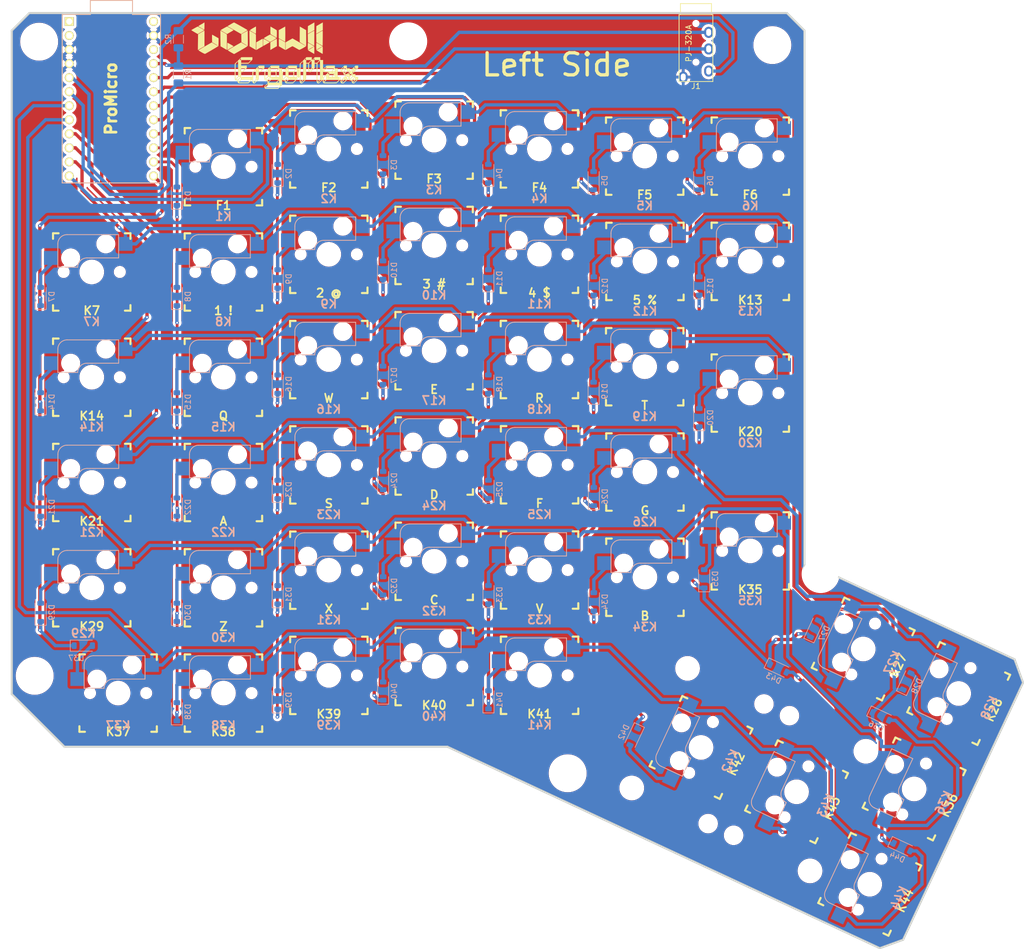
<source format=kicad_pcb>
(kicad_pcb (version 20221018) (generator pcbnew)
  (layers (0 "F.Cu" signal "Front") (1 "In1.Cu" signal) (2 "In2.Cu" signal) (31 "B.Cu" signal "Back") (34 "B.Paste" user) (35 "F.Paste" user) (36 "B.SilkS" user "B.Silkscreen") (37 "F.SilkS" user "F.Silkscreen") (38 "B.Mask" user) (39 "F.Mask" user) (44 "Edge.Cuts" user))
  (net 0 "")
  (net 1 "/Col1")
  (net 2 "/Col2")
  (net 3 "/Col3")
  (net 4 "/Col4")
  (net 5 "/Col5")
  (net 6 "/Col6")
  (net 7 "/Col0")
  (net 8 "/Col7")
  (net 9 "/Row0")
  (net 10 "/Row1")
  (net 11 "/Row2")
  (net 12 "/Row3")
  (net 13 "/Row4")
  (net 14 "/Row5")
  (net 15 "VCC")
  (net 16 "SDA")
  (net 17 "SCL")
  (net 18 "Net-(D1-A)")
  (net 19 "Net-(D2-A)")
  (net 20 "GND")
  (net 21 "Net-(D3-A)")
  (net 22 "Net-(D4-A)")
  (net 23 "Net-(D5-A)")
  (net 24 "Net-(D6-A)")
  (net 25 "Net-(D7-A)")
  (net 26 "Net-(D8-A)")
  (net 27 "Net-(D9-A)")
  (net 28 "Net-(D10-A)")
  (net 29 "Net-(D11-A)")
  (net 30 "Net-(D12-A)")
  (net 31 "Net-(D13-A)")
  (net 32 "Net-(D14-A)")
  (net 33 "Net-(D15-A)")
  (net 34 "Net-(D16-A)")
  (net 35 "Net-(D17-A)")
  (net 36 "Net-(D18-A)")
  (net 37 "Net-(D19-A)")
  (net 38 "Net-(D20-A)")
  (net 39 "Net-(D21-A)")
  (net 40 "Net-(D22-A)")
  (net 41 "Net-(D23-A)")
  (net 42 "Net-(D24-A)")
  (net 43 "Net-(D25-A)")
  (net 44 "Net-(D26-A)")
  (net 45 "Net-(D27-A)")
  (net 46 "Net-(D28-A)")
  (net 47 "Net-(D29-A)")
  (net 48 "Net-(D30-A)")
  (net 49 "Net-(D31-A)")
  (net 50 "Net-(D32-A)")
  (net 51 "Net-(D33-A)")
  (net 52 "Net-(D34-A)")
  (net 53 "Net-(D35-A)")
  (net 54 "Net-(D36-A)")
  (net 55 "Net-(D37-A)")
  (net 56 "Net-(D38-A)")
  (net 57 "Net-(D39-A)")
  (net 58 "Net-(D40-A)")
  (net 59 "Net-(D41-A)")
  (net 60 "Net-(D42-A)")
  (net 61 "Net-(D43-A)")
  (net 62 "Net-(D44-A)")
  (footprint "Keebio-Parts:TRRS-PJ-320A-no-Fmask" (layer "F.Cu") (at 234.03306 36.14674)
    (fp_text reference "J1")
    (fp_text value "PJ-320A")
  )
  (footprint "MountingHole:MountingHole_6mm" (layer "F.Cu") (at 210.842752 173.375665)
    (fp_text reference "H5" hide)
    (fp_text value "MountingHole")
  )
  (footprint "MountingHole:MountingHole_6mm" (layer "F.Cu") (at 114.479969 155.747076)
    (fp_text reference "H4" hide)
    (fp_text value "MountingHole")
  )
  (footprint "MountingHole:MountingHole_6mm" (layer "F.Cu") (at 247.84558 41.65092)
    (fp_text reference "H3" hide)
    (fp_text value "MountingHole")
  )
  (footprint "MountingHole:MountingHole_6mm" (layer "F.Cu") (at 115.28298 41.03624)
    (fp_text reference "H1" hide)
    (fp_text value "MountingHole")
  )
  (footprint "MountingHole:MountingHole_6mm" (layer "F.Cu") (at 182.00238 40.97688)
    (fp_text reference "H2" hide)
    (fp_text value "MountingHole")
  )
  (footprint "MountingHole:MountingHole_6mm" (layer "F.Cu") (at 256.580125 137.332164)
    (fp_text reference "H6" hide)
    (fp_text value "MountingHole")
  )
  (footprint "ErgoMax:LouWii-logo" (layer "F.Cu") (at 155.10764 40.61206)
    (fp_text reference "Lg1" hide)
    (fp_text value "Logo" hide)
  )
  (footprint "ErgoMax:ErgoMax-logo" (layer "F.Cu") (at 161.7853 46.70806)
    (fp_text reference "Lg2" hide)
    (fp_text value "Logo" hide)
  )
  (footprint "ErgoMax:LeftSideText" (layer "F.Cu") (at 206.27848 45.72762)
    (fp_text reference "Lg3" hide)
    (fp_text value "Logo" hide)
  )
  (footprint "promicro:ProMicro" (layer "F.Cu") (at 128.34966 51.34864 -90)
    (fp_text reference "U1" hide)
    (fp_text value "ProMicro")
  )
  (footprint "Diode_SMD:D_SOD-123" (layer "B.Cu") (at 140.1826 68.9864 90)
    (fp_text reference "D1")
    (fp_text value "D")
  )
  (footprint "Diode_SMD:D_SOD-123" (layer "B.Cu") (at 196.498561 83.932425 90)
    (fp_text reference "D11")
    (fp_text value "D")
  )
  (footprint "Diode_SMD:D_SOD-123" (layer "B.Cu") (at 115.569361 125.218845 90)
    (fp_text reference "D21")
    (fp_text value "D")
  )
  (footprint "Diode_SMD:D_SOD-123" (layer "B.Cu") (at 234.623961 109.040645 90)
    (fp_text reference "D20")
    (fp_text value "D")
  )
  (footprint "Diode_SMD:D_SOD-123" (layer "B.Cu") (at 215.531561 104.281045 90)
    (fp_text reference "D19")
    (fp_text value "D")
  )
  (footprint "Diode_SMD:D_SOD-123" (layer "B.Cu") (at 196.498401 102.970265 90)
    (fp_text reference "D18")
    (fp_text value "D")
  )
  (footprint "Diode_SMD:D_SOD-123" (layer "B.Cu") (at 177.453001 101.384545 90)
    (fp_text reference "D17")
    (fp_text value "D")
  )
  (footprint "Diode_SMD:D_SOD-123" (layer "B.Cu") (at 158.411061 102.987625 90)
    (fp_text reference "D16")
    (fp_text value "D")
  )
  (footprint "Diode_SMD:D_SOD-123" (layer "B.Cu") (at 140.1826 106.188345 90)
    (fp_text reference "D15")
    (fp_text value "D")
  )
  (footprint "Diode_SMD:D_SOD-123" (layer "B.Cu") (at 115.559041 106.178745 90)
    (fp_text reference "D14")
    (fp_text value "D")
  )
  (footprint "Diode_SMD:D_SOD-123" (layer "B.Cu") (at 234.623961 85.220945 90)
    (fp_text reference "D13")
    (fp_text value "D")
  )
  (footprint "Diode_SMD:D_SOD-123" (layer "B.Cu") (at 177.473961 120.432245 90)
    (fp_text reference "D24")
    (fp_text value "D")
  )
  (footprint "Diode_SMD:D_SOD-123" (layer "B.Cu") (at 158.411061 122.035245 90)
    (fp_text reference "D23")
    (fp_text value "D")
  )
  (footprint "Diode_SMD:D_SOD-123" (layer "B.Cu") (at 177.456661 82.340085 90)
    (fp_text reference "D10")
    (fp_text value "D")
  )
  (footprint "Diode_SMD:D_SOD-123" (layer "B.Cu") (at 158.411061 83.945645 90)
    (fp_text reference "D9")
    (fp_text value "D")
  )
  (footprint "Diode_SMD:D_SOD-123" (layer "B.Cu") (at 140.1826 87.135645 90)
    (fp_text reference "D8")
    (fp_text value "D")
  )
  (footprint "Diode_SMD:D_SOD-123" (layer "B.Cu") (at 115.555641 87.135645 90)
    (fp_text reference "D7")
    (fp_text value "D")
  )
  (footprint "Diode_SMD:D_SOD-123" (layer "B.Cu") (at 234.623961 66.180645 90)
    (fp_text reference "D6")
    (fp_text value "D")
  )
  (footprint "Diode_SMD:D_SOD-123" (layer "B.Cu") (at 215.531712 66.178645 90)
    (fp_text reference "D5")
    (fp_text value "D")
  )
  (footprint "Diode_SMD:D_SOD-123" (layer "B.Cu") (at 196.493961 64.878645 90)
    (fp_text reference "D4")
    (fp_text value "D")
  )
  (footprint "Diode_SMD:D_SOD-123" (layer "B.Cu") (at 177.453961 63.294645 90)
    (fp_text reference "D3")
    (fp_text value "D")
  )
  (footprint "Diode_SMD:D_SOD-123" (layer "B.Cu") (at 158.411061 64.892045 90)
    (fp_text reference "D2")
    (fp_text value "D")
  )
  (footprint "Diode_SMD:D_SOD-123" (layer "B.Cu") (at 235.51896 138.19378 90)
    (fp_text reference "D35")
    (fp_text value "D")
  )
  (footprint "Diode_SMD:D_SOD-123" (layer "B.Cu") (at 140.1826 125.227045 90)
    (fp_text reference "D22")
    (fp_text value "D")
  )
  (footprint "Diode_SMD:D_SOD-123" (layer "B.Cu") (at 271.27708 186.73064 -25)
    (fp_text reference "D44")
    (fp_text value "D")
  )
  (footprint "Diode_SMD:D_SOD-123" (layer "B.Cu") (at 248.92 154.4066 -25)
    (fp_text reference "D43")
    (fp_text value "D")
  )
  (footprint "Diode_SMD:D_SOD-123" (layer "B.Cu") (at 222.80626 166.78656 -115)
    (fp_text reference "D42")
    (fp_text value "D")
  )
  (footprint "Diode_SMD:D_SOD-123" (layer "B.Cu") (at 196.523961 160.095005 90)
    (fp_text reference "D41")
    (fp_text value "D")
  )
  (footprint "Diode_SMD:D_SOD-123" (layer "B.Cu") (at 177.473961 158.515005 90)
    (fp_text reference "D40")
    (fp_text value "D")
  )
  (footprint "Diode_SMD:D_SOD-123" (layer "B.Cu") (at 158.411061 160.115005 90)
    (fp_text reference "D39")
    (fp_text value "D")
  )
  (footprint "Diode_SMD:D_SOD-123" (layer "B.Cu") (at 140.1826 162.2552 90)
    (fp_text reference "D38")
    (fp_text value "D")
  )
  (footprint "Diode_SMD:D_SOD-123" (layer "B.Cu") (at 123.2662 150.2918)
    (fp_text reference "D37")
    (fp_text value "D")
  )
  (footprint "Diode_SMD:D_SOD-123" (layer "B.Cu") (at 267.46708 163.10102 -25)
    (fp_text reference "D36")
    (fp_text value "D")
  )
  (footprint "Diode_SMD:D_SOD-123" (layer "B.Cu") (at 215.573961 85.228525 90)
    (fp_text reference "D12")
    (fp_text value "D")
  )
  (footprint "Diode_SMD:D_SOD-123" (layer "B.Cu") (at 215.573961 142.355005 90)
    (fp_text reference "D34")
    (fp_text value "D")
  )
  (footprint "Diode_SMD:D_SOD-123" (layer "B.Cu") (at 196.523961 141.055005 90)
    (fp_text reference "D33")
    (fp_text value "D")
  )
  (footprint "Diode_SMD:D_SOD-123" (layer "B.Cu") (at 177.473961 139.475005 90)
    (fp_text reference "D32")
    (fp_text value "D")
  )
  (footprint "Diode_SMD:D_SOD-123" (layer "B.Cu") (at 158.411061 141.085005 90)
    (fp_text reference "D31")
    (fp_text value "D")
  )
  (footprint "Diode_SMD:D_SOD-123" (layer "B.Cu") (at 140.1826 144.265005 90)
    (fp_text reference "D30")
    (fp_text value "D")
  )
  (footprint "Diode_SMD:D_SOD-123" (layer "B.Cu") (at 115.563961 144.265005 90)
    (fp_text reference "D29")
    (fp_text value "D")
  )
  (footprint "Diode_SMD:D_SOD-123" (layer "B.Cu") (at 272.1864 156.74848 65)
    (fp_text reference "D28")
    (fp_text value "D")
  )
  (footprint "Diode_SMD:D_SOD-123" (layer "B.Cu") (at 255.44526 147.22602 65)
    (fp_text reference "D27")
    (fp_text value "D")
  )
  (footprint "Diode_SMD:D_SOD-123" (layer "B.Cu") (at 215.573961 123.325845 90)
    (fp_text reference "D26")
    (fp_text value "D")
  )
  (footprint "Diode_SMD:D_SOD-123" (layer "B.Cu") (at 196.523961 122.015005 90)
    (fp_text reference "D25")
    (fp_text value "D")
  )
  (footprint "Resistor_SMD:R_1206_3216Metric_Pad1.30x1.75mm_HandSolder" (layer "B.Cu") (at 140.46 46.97 90)
    (fp_text reference "R1")
    (fp_text value "2.2K")
  )
  (footprint "Resistor_SMD:R_1206_3216Metric_Pad1.30x1.75mm_HandSolder" (layer "B.Cu") (at 140.46 40.59 -90)
    (fp_text reference "R2")
    (fp_text value "2.2K")
  )
  (footprint "keyboard_parts:Mx_Stab_200" (layer "B.Cu") (at 234.952436 168.708408 65)
    (fp_text reference "St2" hide)
    (fp_text value "Stab 2U" hide)
  )
  (footprint "keyboard_parts:Mx_Stab_200" (layer "B.Cu") (at 252.22308 176.726588 -115)
    (fp_text reference "St1" hide)
    (fp_text value "Stab 2U" hide)
  )
  (footprint "ErgoMax:Kailh_MX_Socket" (layer "B.Cu") (at 243.86 133.15 180)
    (fp_text reference "K35")
    (fp_text value "K35")
  )
  (footprint "ErgoMax:Kailh_MX_Socket" (layer "B.Cu") (at 224.81 118.88084 180)
    (fp_text reference "K26")
    (fp_text value "G")
  )
  (footprint "ErgoMax:Kailh_MX_Socket" (layer "B.Cu") (at 205.76 117.57 180)
    (fp_text reference "K25")
    (fp_text value "F")
  )
  (footprint "ErgoMax:Kailh_MX_Socket" (layer "B.Cu") (at 264.274894 150.896396 -115)
    (fp_text reference "K27")
    (fp_text value "K27")
  )
  (footprint "ErgoMax:Kailh_MX_Socket" (layer "B.Cu") (at 281.534682 158.946393 -115)
    (fp_text reference "K28")
    (fp_text value "K28")
  )
  (footprint "ErgoMax:Kailh_MX_Socket" (layer "B.Cu") (at 124.8 139.82 180)
    (fp_text reference "K29")
    (fp_text value "K29")
  )
  (footprint "ErgoMax:Kailh_MX_Socket" (layer "B.Cu") (at 148.61 139.82 180)
    (fp_text reference "K30")
    (fp_text value "Z")
  )
  (footprint "ErgoMax:Kailh_MX_Socket" (layer "B.Cu") (at 167.66 136.64 180)
    (fp_text reference "K31")
    (fp_text value "X")
  )
  (footprint "ErgoMax:Kailh_MX_Socket" (layer "B.Cu") (at 186.71 135.03 180)
    (fp_text reference "K32")
    (fp_text value "C")
  )
  (footprint "ErgoMax:Kailh_MX_Socket" (layer "B.Cu") (at 205.76 136.61 180)
    (fp_text reference "K33")
    (fp_text value "V")
  )
  (footprint "ErgoMax:Kailh_MX_Socket" (layer "B.Cu") (at 224.81 137.91 180)
    (fp_text reference "K34")
    (fp_text value "B")
  )
  (footprint "ErgoMax:Kailh_MX_Socket" (layer "B.Cu") (at 167.65 60.44704 180)
    (fp_text reference "K2")
    (fp_text value "F2")
  )
  (footprint "ErgoMax:Kailh_MX_Socket" (layer "B.Cu") (at 273.483805 176.211556 -115)
    (fp_text reference "K36")
    (fp_text value "K36")
  )
  (footprint "ErgoMax:Kailh_MX_Socket" (layer "B.Cu") (at 129.56 158.87 180)
    (fp_text reference "K37")
    (fp_text value "K37")
  )
  (footprint "ErgoMax:Kailh_MX_Socket" (layer "B.Cu") (at 148.61 158.87 180)
    (fp_text reference "K38")
    (fp_text value "K38")
  )
  (footprint "ErgoMax:Kailh_MX_Socket" (layer "B.Cu") (at 167.66 155.67 180)
    (fp_text reference "K39")
    (fp_text value "K39")
  )
  (footprint "ErgoMax:Kailh_MX_Socket" (layer "B.Cu") (at 186.71 154.07 180)
    (fp_text reference "K40")
    (fp_text value "K40")
  )
  (footprint "ErgoMax:Kailh_MX_Socket" (layer "B.Cu") (at 205.76 155.65 180)
    (fp_text reference "K41")
    (fp_text value "K41")
  )
  (footprint "ErgoMax:Kailh_MX_Socket" (layer "B.Cu") (at 234.952436 168.708408 -115)
    (fp_text reference "K42")
    (fp_text value "K42")
  )
  (footprint "ErgoMax:Kailh_MX_Socket" (layer "B.Cu") (at 252.22308 176.726588 -115)
    (fp_text reference "K43")
    (fp_text value "K43")
  )
  (footprint "ErgoMax:Kailh_MX_Socket" (layer "B.Cu") (at 265.450951 193.451188 -115)
    (fp_text reference "K44")
    (fp_text value "K44")
  )
  (footprint "ErgoMax:Kailh_MX_Socket" (layer "B.Cu") (at 243.86 80.77594 180)
    (fp_text reference "K13")
    (fp_text value "K13")
  )
  (footprint "ErgoMax:Kailh_MX_Socket" (layer "B.Cu") (at 148.6 63.65364 180)
    (fp_text reference "K1")
    (fp_text value "F1")
  )
  (footprint "ErgoMax:Kailh_MX_Socket" (layer "B.Cu") (at 186.69 58.84964 180)
    (fp_text reference "K3")
    (fp_text value "F3")
  )
  (footprint "ErgoMax:Kailh_MX_Socket" (layer "B.Cu") (at 205.73 60.43364 180)
    (fp_text reference "K4")
    (fp_text value "F4")
  )
  (footprint "ErgoMax:Kailh_MX_Socket" (layer "B.Cu") (at 224.767751 61.73364 180)
    (fp_text reference "K5")
    (fp_text value "F5")
  )
  (footprint "ErgoMax:Kailh_MX_Socket" (layer "B.Cu") (at 243.86 61.73564 180)
    (fp_text reference "K6")
    (fp_text value "F6")
  )
  (footprint "ErgoMax:Kailh_MX_Socket" (layer "B.Cu") (at 124.79168 82.69064 180)
    (fp_text reference "K7")
    (fp_text value "K7")
  )
  (footprint "ErgoMax:Kailh_MX_Socket" (layer "B.Cu") (at 148.5971 82.69064 180)
    (fp_text reference "K8")
    (fp_text value "1 !")
  )
  (footprint "ErgoMax:Kailh_MX_Socket" (layer "B.Cu") (at 167.6471 79.50064 180)
    (fp_text reference "K9")
    (fp_text value "2 @")
  )
  (footprint "ErgoMax:Kailh_MX_Socket" (layer "B.Cu") (at 186.6927 77.89508 180)
    (fp_text reference "K10")
    (fp_text value "3 #")
  )
  (footprint "ErgoMax:Kailh_MX_Socket" (layer "B.Cu") (at 205.7346 79.48742 180)
    (fp_text reference "K11")
    (fp_text value "4 $")
  )
  (footprint "ErgoMax:Kailh_MX_Socket" (layer "B.Cu") (at 224.81 80.78352 180)
    (fp_text reference "K12")
    (fp_text value "5 %")
  )
  (footprint "ErgoMax:Kailh_MX_Socket" (layer "B.Cu") (at 186.71 115.98724 180)
    (fp_text reference "K24")
    (fp_text value "D")
  )
  (footprint "ErgoMax:Kailh_MX_Socket" (layer "B.Cu") (at 124.79508 101.73374 180)
    (fp_text reference "K14")
    (fp_text value "K14")
  )
  (footprint "ErgoMax:Kailh_MX_Socket" (layer "B.Cu") (at 148.59586 101.74334 180)
    (fp_text reference "K15")
    (fp_text value "Q")
  )
  (footprint "ErgoMax:Kailh_MX_Socket" (layer "B.Cu") (at 167.6446 98.54262 180)
    (fp_text reference "K16")
    (fp_text value "W")
  )
  (footprint "ErgoMax:Kailh_MX_Socket" (layer "B.Cu") (at 186.68904 96.93954 180)
    (fp_text reference "K17")
    (fp_text value "E")
  )
  (footprint "ErgoMax:Kailh_MX_Socket" (layer "B.Cu") (at 205.73444 98.52526 180)
    (fp_text reference "K18")
    (fp_text value "R")
  )
  (footprint "ErgoMax:Kailh_MX_Socket" (layer "B.Cu") (at 224.7676 99.83604 180)
    (fp_text reference "K19")
    (fp_text value "T")
  )
  (footprint "ErgoMax:Kailh_MX_Socket" (layer "B.Cu") (at 243.86 104.59564 180)
    (fp_text reference "K20")
    (fp_text value "K20")
  )
  (footprint "ErgoMax:Kailh_MX_Socket" (layer "B.Cu") (at 124.8054 120.77384 180)
    (fp_text reference "K21")
    (fp_text value "K21")
  )
  (footprint "ErgoMax:Kailh_MX_Socket" (layer "B.Cu") (at 148.6016 120.78204 180)
    (fp_text reference "K22")
    (fp_text value "A")
  )
  (footprint "ErgoMax:Kailh_MX_Socket" (layer "B.Cu") (at 167.66 117.59024 180)
    (fp_text reference "K23")
    (fp_text value "S")
  )
  (gr_line (start 110.3376 39.0271) (end 110.34 159.05) (stroke (width 0.381)) (layer "Edge.Cuts"))
  (gr_line (start 253.64948 39.02456) (end 253.65 137.29) (stroke (width 0.381)) (layer "Edge.Cuts"))
  (gr_line (start 113.514 35.85) (end 110.339 39.025) (stroke (width 0.381)) (layer "Edge.Cuts"))
  (gr_line (start 293.17642 156.98244) (end 291.63972 152.7635) (stroke (width 0.381)) (layer "Edge.Cuts"))
  (gr_line (start 267.2735 205.01892) (end 271.49244 203.48476) (stroke (width 0.381)) (layer "Edge.Cuts"))
  (gr_line (start 291.63972 152.7635) (end 258.5486 137.333) (stroke (width 0.381)) (layer "Edge.Cuts"))
  (gr_line (start 119.865 168.575) (end 189.105 168.575) (stroke (width 0.381)) (layer "Edge.Cuts"))
  (gr_line (start 250.48 35.85) (end 113.514 35.85) (stroke (width 0.381)) (layer "Edge.Cuts"))
  (gr_line (start 110.34 159.05) (end 119.865 168.575) (stroke (width 0.381)) (layer "Edge.Cuts"))
  (gr_line (start 189.105 168.575) (end 267.2735 205.01892) (stroke (width 0.381)) (layer "Edge.Cuts"))
  (gr_line (start 253.65 137.29) (end 258.5486 137.333) (stroke (width 0.381)) (layer "Edge.Cuts"))
  (gr_line (start 253.64948 39.02456) (end 250.47956 35.84956) (stroke (width 0.381)) (layer "Edge.Cuts"))
  (gr_line (start 271.49244 203.48476) (end 293.17642 156.98244) (stroke (width 0.381)) (layer "Edge.Cuts"))
  (segment (start 140.23 91.87) (end 140.23 110.38) (width 0.5) (layer "F.Cu") (net 1))
  (segment (start 140.23 125.41) (end 140.23 144.45) (width 0.5) (layer "F.Cu") (net 1))
  (segment (start 140.23 110.38) (end 140.23 125.41) (width 0.5) (layer "F.Cu") (net 1))
  (segment (start 140.23 72.73) (end 140.23 91.87) (width 0.5) (layer "F.Cu") (net 1))
  (segment (start 140.23 144.45) (end 140.23 162.37) (width 0.5) (layer "F.Cu") (net 1))
  (segment (start 139.14864 62.77864) (end 140.23 63.86) (width 0.5) (layer "F.Cu") (net 1))
  (segment (start 135.96966 62.77864) (end 139.14864 62.77864) (width 0.5) (layer "F.Cu") (net 1))
  (segment (start 140.23 63.86) (end 140.23 72.73) (width 0.5) (layer "F.Cu") (net 1))
  (via (at 140.23 162.37) (size 0.6) (drill 0.3) (layers "F.Cu" "B.Cu") (net 1))
  (via (at 140.23 144.45) (size 0.6) (drill 0.3) (layers "F.Cu" "B.Cu") (net 1))
  (via (at 140.23 125.41) (size 0.6) (drill 0.3) (layers "F.Cu" "B.Cu") (net 1))
  (via (at 140.23 110.38) (size 0.6) (drill 0.3) (layers "F.Cu" "B.Cu") (net 1))
  (via (at 140.23 72.73) (size 0.6) (drill 0.3) (layers "F.Cu" "B.Cu") (net 1))
  (via (at 140.23 91.87) (size 0.6) (drill 0.3) (layers "F.Cu" "B.Cu") (net 1))
  (segment (start 140.1826 107.838345) (end 140.1826 110.3326) (width 0.6) (layer "B.Cu") (net 1))
  (segment (start 140.302955 125.482955) (end 140.23 125.41) (width 0.6) (layer "B.Cu") (net 1))
  (segment (start 140.1826 72.6826) (end 140.23 72.73) (width 0.6) (layer "B.Cu") (net 1))
  (segment (start 140.1826 163.9052) (end 140.1826 162.4174) (width 0.6) (layer "B.Cu") (net 1))
  (segment (start 140.302955 126.877045) (end 140.302955 125.482955) (width 0.6) (layer "B.Cu") (net 1))
  (segment (start 140.1826 126.877045) (end 140.302955 126.877045) (width 0.6) (layer "B.Cu") (net 1))
  (segment (start 140.1826 91.8226) (end 140.23 91.87) (width 0.6) (layer "B.Cu") (net 1))
  (segment (start 140.1826 88.785645) (end 140.1826 91.8226) (width 0.6) (layer "B.Cu") (net 1))
  (segment (start 140.1826 144.4974) (end 140.23 144.45) (width 0.6) (layer "B.Cu") (net 1))
  (segment (start 140.1826 162.4174) (end 140.23 162.37) (width 0.6) (layer "B.Cu") (net 1))
  (segment (start 140.1826 145.915005) (end 140.1826 144.4974) (width 0.6) (layer "B.Cu") (net 1))
  (segment (start 140.1826 110.3326) (end 140.23 110.38) (width 0.6) (layer "B.Cu") (net 1))
  (segment (start 140.1826 70.6364) (end 140.1826 72.6826) (width 0.6) (layer "B.Cu") (net 1))
  (segment (start 158.35 58.41) (end 158.35 68.74) (width 0.5) (layer "F.Cu") (net 2))
  (segment (start 142.11 55.38) (end 155.32 55.38) (width 0.5) (layer "F.Cu") (net 2))
  (segment (start 137.25136 60.23864) (end 142.11 55.38) (width 0.5) (layer "F.Cu") (net 2))
  (segment (start 155.32 55.38) (end 158.35 58.41) (width 0.5) (layer "F.Cu") (net 2))
  (segment (start 158.35 87.75) (end 158.35 106.37) (width 0.5) (layer "F.Cu") (net 2))
  (segment (start 158.35 106.37) (end 158.35 125.75) (width 0.5) (layer "F.Cu") (net 2))
  (segment (start 158.35 125.75) (end 158.35 144.27) (width 0.5) (layer "F.Cu") (net 2))
  (segment (start 135.96966 60.23864) (end 137.25136 60.23864) (width 0.5) (layer "F.Cu") (net 2))
  (segment (start 158.35 68.74) (end 158.35 87.75) (width 0.5) (layer "F.Cu") (net 2))
  (segment (start 158.35 144.27) (end 158.35 163.18) (width 0.5) (layer "F.Cu") (net 2))
  (via (at 158.35 106.37) (size 0.6) (drill 0.3) (layers "F.Cu" "B.Cu") (net 2))
  (via (at 158.35 68.74) (size 0.6) (drill 0.3) (layers "F.Cu" "B.Cu") (net 2))
  (via (at 158.35 87.75) (size 0.6) (drill 0.3) (layers "F.Cu" "B.Cu") (net 2))
  (via (at 158.35 144.27) (size 0.6) (drill 0.3) (layers "F.Cu" "B.Cu") (net 2))
  (via (at 158.35 125.75) (size 0.6) (drill 0.3) (layers "F.Cu" "B.Cu") (net 2))
  (via (at 158.35 163.18) (size 0.6) (drill 0.3) (layers "F.Cu" "B.Cu") (net 2))
  (segment (start 158.411061 163.118939) (end 158.35 163.18) (width 0.6) (layer "B.Cu") (net 2))
  (segment (start 158.411061 106.308939) (end 158.35 106.37) (width 0.6) (layer "B.Cu") (net 2))
  (segment (start 158.411061 68.678939) (end 158.35 68.74) (width 0.6) (layer "B.Cu") (net 2))
  (segment (start 158.411061 87.688939) (end 158.35 87.75) (width 0.6) (layer "B.Cu") (net 2))
  (segment (start 158.411061 142.735005) (end 158.411061 144.208939) (width 0.6) (layer "B.Cu") (net 2))
  (segment (start 158.411061 104.637625) (end 158.411061 106.308939) (width 0.6) (layer "B.Cu") (net 2))
  (segment (start 158.411061 85.595645) (end 158.411061 87.688939) (width 0.6) (layer "B.Cu") (net 2))
  (segment (start 158.411061 161.765005) (end 158.411061 163.118939) (width 0.6) (layer "B.Cu") (net 2))
  (segment (start 158.411061 123.685245) (end 158.411061 125.688939) (width 0.6) (layer "B.Cu") (net 2))
  (segment (start 158.411061 125.688939) (end 158.35 125.75) (width 0.6) (layer "B.Cu") (net 2))
  (segment (start 158.411061 66.542045) (end 158.411061 68.678939) (width 0.6) (layer "B.Cu") (net 2))
  (segment (start 158.411061 144.208939) (end 158.35 144.27) (width 0.6) (layer "B.Cu") (net 2))
  (segment (start 177.473961 126.032245) (end 177.473961 122.832245) (width 0.6) (layer "F.Cu") (net 3))
  (segment (start 175.8482 89.548546) (end 177.456661 87.940085) (width 0.6) (layer "F.Cu") (net 3))
  (segment (start 177.453001 105.384545) (end 177.453001 105.1) (width 0.6) (layer "F.Cu") (net 3))
  (segment (start 159.893 52.4002) (end 172.3644 52.4002) (width 0.6) (layer "F.Cu") (net 3))
  (segment (start 140.59607 54.2036) (end 158.0896 54.2036) (width 0.6) (layer "F.Cu") (net 3))
  (segment (start 177.473961 122.832245) (end 175.86916 121.227444) (width 0.6) (layer "F.Cu") (net 3))
  (segment (start 175.8482 102.179744) (end 175.8482 89.548546) (width 0.6) (layer "F.Cu") (net 3))
  (segment (start 175.86916 127.637046) (end 177.473961 126.032245) (width 0.6) (layer "F.Cu") (net 3))
  (segment (start 175.86916 159.310204) (end 175.86916 146.679806) (width 0.6) (layer "F.Cu") (net 3))
  (segment (start 177.453001 103.784545) (end 175.8482 102.179744) (width 0.6) (layer "F.Cu") (net 3))
  (segment (start 177.473961 145.075005) (end 177.473961 141.875005) (width 0.6) (layer "F.Cu") (net 3))
  (segment (start 177.456661 87.940085) (end 177.456661 86.340085) (width 0.6) (layer "F.Cu") (net 3))
  (segment (start 177.453961 66.84) (end 177.453961 68.894645) (width 0.6) (layer "F.Cu") (net 3))
  (segment (start 158.0896 54.2036) (end 159.893 52.4002) (width 0.6) (layer "F.Cu") (net 3))
  (segment (start 177.453001 106.984545) (end 177.453001 105.384545) (width 0.6) (layer "F.Cu") (net 3))
  (segment (start 177.453001 105.1) (end 177.453001 103.784545) (width 0.6) (layer "F.Cu") (net 3))
  (segment (start 175.86916 108.568386) (end 177.453001 106.984545) (width 0.6) (layer "F.Cu") (net 3))
  (segment (start 137.10103 57.69864) (end 140.59607 54.2036) (width 0.6) (layer "F.Cu") (net 3))
  (segment (start 177.453961 68.894645) (end 175.85186 70.496746) (width 0.6) (layer "F.Cu") (net 3))
  (segment (start 175.85186 70.496746) (end 175.85186 83.135284) (width 0.6) (layer "F.Cu") (net 3))
  (segment (start 172.3644 52.4002) (end 175.1076 55.1434) (width 0.6) (layer "F.Cu") (net 3))
  (segment (start 177.473961 141.875005) (end 175.86916 140.270204) (width 0.6) (layer "F.Cu") (net 3))
  (segment (start 175.86916 120.6) (end 175.86916 108.568386) (width 0.6) (layer "F.Cu") (net 3))
  (segment (start 135.96966 57.69864) (end 137.10103 57.69864) (width 0.6) (layer "F.Cu") (net 3))
  (segment (start 177.453961 65.694645) (end 175.1076 63.348284) (width 0.6) (layer "F.Cu") (net 3))
  (segment (start 175.86916 140.270204) (end 175.86916 139.61) (width 0.6) (layer "F.Cu") (net 3))
  (segment (start 177.453961 65.694645) (end 177.453961 66.84) (width 0.6) (layer "F.Cu") (net 3))
  (segment (start 175.86916 121.227444) (end 175.86916 120.6) (width 0.6) (layer "F.Cu") (net 3))
  (segment (start 175.85186 83.135284) (end 177.456661 84.740085) (width 0.6) (layer "F.Cu") (net 3))
  (segment (start 175.1076 63.348284) (end 175.1076 55.1434) (width 0.6) (layer "F.Cu") (net 3))
  (segment (start 175.86916 139.61) (end 175.86916 127.637046) (width 0.6) (layer "F.Cu") (net 3))
  (segment (start 177.456661 84.740085) (end 177.456661 86.340085) (width 0.6) (layer "F.Cu") (net 3))
  (segment (start 175.86916 146.679806) (end 177.473961 145.075005) (width 0.6) (layer "F.Cu") (net 3))
  (via (at 175.86916 120.6) (size 0.6) (drill 0.3) (layers "F.Cu" "B.Cu") (net 3))
  (via (at 175.86916 139.61) (size 0.6) (drill 0.3) (layers "F.Cu" "B.Cu") (net 3))
  (via (at 175.86916 159.310204) (size 0.6) (drill 0.3) (layers "F.Cu" "B.Cu") (net 3))
  (via (at 177.453961 66.84) (size 0.6) (drill 0.3) (layers "F.Cu" "B.Cu") (net 3))
  (via (at 177.453001 105.1) (size 0.6) (drill 0.3) (layers "F.Cu" "B.Cu") (net 3))
  (via (at 177.456661 86.340085) (size 0.6) (drill 0.3) (layers "F.Cu" "B.Cu") (net 3))
  (segment (start 177.456661 83.990085) (end 177.456661 86.340085) (width 0.6) (layer "B.Cu") (net 3))
  (segment (start 177.473961 122.082245) (end 177.351405 122.082245) (width 0.6) (layer "B.Cu") (net 3))
  (segment (start 177.453961 64.944645) (end 177.453961 66.84) (width 0.6) (layer "B.Cu") (net 3))
  (segment (start 177.473961 160.165005) (end 176.723961 160.165005) (width 0.6) (layer "B.Cu") (net 3))
  (segment (start 177.351405 122.082245) (end 175.86916 120.6) (width 0.6) (layer "B.Cu") (net 3))
  (segment (start 176.723961 160.165005) (end 175.86916 159.310204) (width 0.6) (layer "B.Cu") (net 3))
  (segment (start 177.453001 103.034545) (end 177.453001 105.1) (width 0.6) (layer "B.Cu") (net 3))
  (segment (start 177.473961 141.125005) (end 177.384165 141.125005) (width 0.6) (layer "B.Cu") (net 3))
  (segment (start 177.384165 141.125005) (end 175.86916 139.61) (width 0.6) (layer "B.Cu") (net 3))
  (segment (start 194.0052 64.789884) (end 194.0052 52.959) (width 0.6) (layer "F.Cu") (net 4))
  (segment (start 194.91916 110.149506) (end 196.498401 108.570265) (width 0.6) (layer "F.Cu") (net 4))
  (segment (start 196.523961 143.455005) (end 196.523961 145.055005) (width 0.6) (layer "F.Cu") (net 4))
  (segment (start 196.498561 89.532425) (end 196.498561 87.932425) (width 0.6) (layer "F.Cu") (net 4))
  (segment (start 192.2018 51.1556) (end 194.0052 52.959) (width 0.6) (layer "F.Cu") (net 4))
  (segment (start 196.498401 105.370265) (end 194.8936 103.765464) (width 0.6) (layer "F.Cu") (net 4))
  (segment (start 194.91916 122.31) (end 194.91916 110.149506) (width 0.6) (layer "F.Cu") (net 4))
  (segment (start 194.91916 129.219806) (end 194.91916 141.850204) (width 0.6) (layer "F.Cu") (net 4))
  (segment (start 196.493961 68.33) (end 196.493961 67.278645) (width 0.6) (layer "F.Cu") (net 4))
  (segment (start 196.523961 145.055005) (end 196.523961 158.916039) (width 0.6) (layer "F.Cu") (net 4))
  (segment (start 194.91916 122.810204) (end 194.91916 122.31) (width 0.6) (layer "F.Cu") (net 4))
  (segment (start 196.498561 86.332425) (end 194.89376 84.727624) (width 0.6) (layer "F.Cu") (net 4))
  (segment (start 196.523961 127.615005) (end 196.523961 124.415005) (width 0.6) (layer "F.Cu") (net 4))
  (segment (start 194.8936 91.137386) (end 196.498561 89.532425) (width 0.6) (layer "F.Cu") (net 4))
  (segment (start 194.8936 103.765464) (end 194.8936 91.137386) (width 0.6) (layer "F.Cu") (net 4))
  (segment (start 196.498401 108.570265) (end 196.498401 106.61) (width 0.6) (layer "F.Cu") (net 4))
  (segment (start 196.493961 70.478645) (end 196.493961 68.33) (width 0.6) (layer "F.Cu") (net 4))
  (segment (start 196.493961 67.278645) (end 194.0052 64.789884) (width 0.6) (layer "F.Cu") (net 4))
  (segment (start 194.89376 72.078846) (end 196.493961 70.478645) (width 0.6) (layer "F.Cu") (net 4))
  (segment (start 196.523961 127.615005) (end 194.91916 129.219806) (width 0.6) (layer "F.Cu") (net 4))
  (segment (start 196.498561 87.932425) (end 196.498561 86.332425) (width 0.6) (layer "F.Cu") (net 4))
  (segment (start 159.258 51.1556) (end 192.2018 51.1556) (width 0.6) (layer "F.Cu") (net 4))
  (segment (start 137.67816 55.15864) (end 139.954 52.8828) (width 0.6) (layer "F.Cu") (net 4))
  (segment (start 194.91916 141.850204) (end 196.523961 143.455005) (width 0.6) (layer "F.Cu") (net 4))
  (segment (start 196.498401 106.61) (end 196.498401 105.370265) (width 0.6) (layer "F.Cu") (net 4))
  (segment (start 139.954 52.8828) (end 157.5308 52.8828) (width 0.6) (layer "F.Cu") (net 4))
  (segment (start 135.96966 55.15864) (end 137.67816 55.15864) (width 0.6) (layer "F.Cu") (net 4))
  (segment (start 194.89376 84.727624) (end 194.89376 72.078846) (width 0.6) (layer "F.Cu") (net 4))
  (segment (start 157.5308 52.8828) (end 159.258 51.1556) (width 0.6) (layer "F.Cu") (net 4))
  (segment (start 196.523961 158.916039) (end 196.523961 160.283961) (width 0.6) (layer "F.Cu") (net 4))
  (segment (start 196.523961 124.415005) (end 194.91916 122.810204) (width 0.6) (layer "F.Cu") (net 4))
  (via (at 194.91916 122.31) (size 0.6) (drill 0.3) (layers "F.Cu" "B.Cu") (net 4))
  (via (at 196.498401 106.61) (size 0.6) (drill 0.3) (layers "F.Cu" "B.Cu") (net 4))
  (via (at 196.498561 87.932425) (size 0.6) (drill 0.3) (layers "F.Cu" "B.Cu") (net 4))
  (via (at 196.493961 68.33) (size 0.6) (drill 0.3) (layers "F.Cu" "B.Cu") (net 4))
  (via (at 196.523961 160.283961) (size 0.6) (drill 0.3) (layers "F.Cu" "B.Cu") (net 4))
  (via (at 196.523961 145.055005) (size 0.6) (drill 0.3) (layers "F.Cu" "B.Cu") (net 4))
  (segment (start 196.493961 66.528645) (end 196.493961 68.33) (width 0.6) (layer "B.Cu") (net 4))
  (segment (start 196.523961 123.665005) (end 196.274165 123.665005) (width 0.6) (layer "B.Cu") (net 4))
  (segment (start 196.274165 123.665005) (end 194.91916 122.31) (width 0.6) (layer "B.Cu") (net 4))
  (segment (start 196.523961 142.705005) (end 196.523961 145.055005) (width 0.6) (layer "B.Cu") (net 4))
  (segment (start 196.498401 104.620265) (end 196.498401 106.61) (width 0.6) (layer "B.Cu") (net 4))
  (segment (start 196.523961 161.745005) (end 196.523961 160.283961) (width 0.6) (layer "B.Cu") (net 4))
  (segment (start 196.498561 85.582425) (end 196.498561 87.932425) (width 0.6) (layer "B.Cu") (net 4))
  (segment (start 158.1531 49.657) (end 210.2612 49.657) (width 0.6) (layer "F.Cu") (net 5))
  (segment (start 213.96916 73.341197) (end 213.96916 86.023724) (width 0.6) (layer "F.Cu") (net 5))
  (segment (start 213.96916 130.530646) (end 213.96916 143.150204) (width 0.6) (layer "F.Cu") (net 5))
  (segment (start 215.573961 128.925845) (end 213.96916 130.530646) (width 0.6) (layer "F.Cu") (net 5))
  (segment (start 215.573961 145.55) (end 215.573961 154.238557) (width 0.6) (layer "F.Cu") (net 5))
  (segment (start 215.573961 154.238557) (end 224.496733 163.161329) (width 0.6) (layer "F.Cu") (net 5))
  (segment (start 213.96916 143.150204) (end 215.573961 144.755005) (width 0.6) (layer "F.Cu") (net 5))
  (segment (start 215.573961 87.628525) (end 215.573961 88.6) (width 0.6) (layer "F.Cu") (net 5))
  (segment (start 156.7434 51.0667) (end 158.1531 49.657) (width 0.6) (layer "F.Cu") (net 5))
  (segment (start 138.65297 51.0667) (end 156.7434 51.0667) (width 0.6) (layer "F.Cu") (net 5))
  (segment (start 215.573961 90.828525) (end 213.92676 92.475726) (width 0.6) (layer "F.Cu") (net 5))
  (segment (start 137.10103 52.61864) (end 138.65297 51.0667) (width 0.6) (layer "F.Cu") (net 5))
  (segment (start 213.96916 124.121044) (end 215.573961 125.725845) (width 0.6) (layer "F.Cu") (net 5))
  (segment (start 215.573961 125.725845) (end 215.573961 128.925845) (width 0.6) (layer "F.Cu") (net 5))
  (segment (start 215.573961 88.6) (end 215.573961 90.828525) (width 0.6) (layer "F.Cu") (net 5))
  (segment (start 213.96916 111.443446) (end 213.96916 124.121044) (width 0.6) (layer "F.Cu") (net 5))
  (segment (start 215.531561 107.62) (end 215.531561 109.881045) (width 0.6) (layer "F.Cu") (net 5))
  (segment (start 210.2612 49.657) (end 213.3092 52.705) (width 0.6) (layer "F.Cu") (net 5))
  (segment (start 135.96966 52.61864) (end 137.10103 52.61864) (width 0.6) (layer "F.Cu") (net 5))
  (segment (start 213.92676 92.475726) (end 213.92676 105.076244) (width 0.6) (layer "F.Cu") (net 5))
  (segment (start 215.531561 106.681045) (end 215.531561 107.62) (width 0.6) (layer "F.Cu") (net 5))
  (segment (start 215.573961 144.755005) (end 215.573961 145.55) (width 0.6) (layer "F.Cu") (net 5))
  (segment (start 215.531712 68.578645) (end 215.531712 71.778645) (width 0.6) (layer "F.Cu") (net 5))
  (segment (start 213.3092 66.356133) (end 213.3092 52.705) (width 0.6) (layer "F.Cu") (net 5))
  (segment (start 213.92676 105.076244) (end 215.531561 106.681045) (width 0.6) (layer "F.Cu") (net 5))
  (segment (start 213.96916 86.023724) (end 215.573961 87.628525) (width 0.6) (layer "F.Cu") (net 5))
  (segment (start 215.531712 71.778645) (end 213.96916 73.341197) (width 0.6) (layer "F.Cu") (net 5))
  (segment (start 215.531561 109.881045) (end 213.96916 111.443446) (width 0.6) (layer "F.Cu") (net 5))
  (segment (start 215.531712 68.578645) (end 213.3092 66.356133) (width 0.6) (layer "F.Cu") (net 5))
  (via (at 215.573961 145.55) (size 0.6) (drill 0.3) (layers "F.Cu" "B.Cu") (net 5))
  (via (at 213.96916 124.121044) (size 0.6) (drill 0.3) (layers "F.Cu" "B.Cu") (net 5))
  (via (at 224.496733 163.161329) (size 0.6) (drill 0.3) (layers "F.Cu" "B.Cu") (net 5))
  (via (at 213.3092 66.356133) (size 0.6) (drill 0.3) (layers "F.Cu" "B.Cu") (net 5))
  (via (at 215.531561 107.62) (size 0.6) (drill 0.3) (layers "F.Cu" "B.Cu") (net 5))
  (via (at 215.573961 88.6) (size 0.6) (drill 0.3) (layers "F.Cu" "B.Cu") (net 5))
  (segment (start 215.573961 144.005005) (end 215.573961 145.55) (width 0.6) (layer "B.Cu") (net 5))
  (segment (start 215.531712 67.828645) (end 214.781712 67.828645) (width 0.6) (layer "B.Cu") (net 5))
  (segment (start 223.50358 164.154482) (end 224.496733 163.161329) (width 0.6) (layer "B.Cu") (net 5))
  (segment (start 214.781712 67.828645) (end 213.3092 66.356133) (width 0.6) (layer "B.Cu") (net 5))
  (segment (start 215.573961 124.975845) (end 214.823961 124.975845) (width 0.6) (layer "B.Cu") (net 5))
  (segment (start 214.823961 124.975845) (end 213.96916 124.121044) (width 0.6) (layer "B.Cu") (net 5))
  (segment (start 215.573961 86.878525) (end 215.573961 88.6) (width 0.6) (layer "B.Cu") (net 5))
  (segment (start 223.50358 165.291152) (end 223.50358 164.154482) (width 0.6) (layer "B.Cu") (net 5))
  (segment (start 215.531561 105.931045) (end 215.531561 107.62) (width 0.6) (layer "B.Cu") (net 5))
  (segment (start 156.8196 48.2473) (end 227.2157 48.2473) (width 0.6) (layer "F.Cu") (net 6))
  (segment (start 155.7909 49.276) (end 156.8196 48.2473) (width 0.6) (layer "F.Cu") (net 6))
  (segment (start 232.4608 66.417484) (end 232.4608 53.4924) (width 0.6) (layer "F.Cu") (net 6))
  (segment (start 234.623961 90.820945) (end 233.01916 92.425746) (width 0.6) (layer "F.Cu") (net 6))
  (segment (start 252.38 148.15) (end 252.59 148.15) (width 0.6) (layer "F.Cu") (net 6))
  (segment (start 232.4608 53.4924) (end 227.4062 48.4378) (width 0.6) (layer "F.Cu") (net 6))
  (segment (start 234.623961 71.780645) (end 234.623961 68.580645) (width 0.6) (layer "F.Cu") (net 6))
  (segment (start 234.623961 111.440645) (end 234.623961 113.040645) (width 0.6) (layer "F.Cu") (net 6))
  (segment (start 232.9688 138.04362) (end 233.86759 138.94241) (width 0.6) (layer "F.Cu") (net 6))
  (segment (start 227.2157 48.2473) (end 227.4062 48.4378) (width 0.6) (layer "F.Cu") (net 6))
  (segment (start 233.01916 109.835844) (end 234.623961 111.440645) (width 0.6) (layer "F.Cu") (net 6))
  (segment (start 251.35 149.18) (end 252.38 148.15) (width 0.6) (layer "F.Cu") (net 6))
  (segment (start 137.90367 49.276) (end 155.7909 49.276) (width 0.6) (layer "F.Cu") (net 6))
  (segment (start 233.01916 73.385446) (end 233.01916 86.016144) (width 0.6) (layer "F.Cu") (net 6))
  (segment (start 234.623961 88.86) (end 234.623961 90.820945) (width 0.6) (layer "F.Cu") (net 6))
  (segment (start 232.9688 131.0386) (end 232.9688 138.04362) (width 0.6) (layer "F.Cu") (net 6))
  (segment (start 233.01916 86.016144) (end 234.623961 87.620945) (width 0.6) (layer "F.Cu") (net 6))
  (segment (start 234.623961 113.040645) (end 234.623961 129.383439) (width 0.6) (layer "F.Cu") (net 6))
  (segment (start 234.623961 129.383439) (end 232.9688 131.0386) (width 0.6) (layer "F.Cu") (net 6))
  (segment (start 137.10103 50.07864) (end 137.90367 49.276) (width 0.6) (layer "F.Cu") (net 6))
  (segment (start 234.623961 71.780645) (end 233.01916 73.385446) (width 0.6) (layer "F.Cu") (net 6))
  (segment (start 248.49 149.18) (end 251.35 149.18) (width 0.6) (layer "F.Cu") (net 6))
  (segment (start 234.623961 68.580645) (end 232.4608 66.417484) (width 0.6) (layer "F.Cu") (net 6))
  (segment (start 234.623961 87.620945) (end 234.623961 88.86) (width 0.6) (layer "F.Cu") (net 6))
  (segment (start 233.01916 92.425746) (end 233.01916 109.835844) (width 0.6) (layer "F.Cu") (net 6))
  (segment (start 135.96966 50.07864) (end 137.10103 50.07864) (width 0.6) (layer "F.Cu") (net 6))
  (via (at 252.59 148.15) (size 0.6) (drill 0.3) (layers "F.Cu" "B.Cu") (net 6))
  (via (at 233.86759 138.94241) (size 0.6) (drill 0.3) (layers "F.Cu" "B.Cu") (net 6))
  (via (at 234.623961 88.86) (size 0.6) (drill 0.3) (layers "F.Cu" "B.Cu") (net 6))
  (via (at 234.623961 113.040645) (size 0.6) (drill 0.3) (layers "F.Cu" "B.Cu") (net 6))
  (via (at 248.49 149.18) (size 0.6) (drill 0.3) (layers "F.Cu" "B.Cu") (net 6))
  (via (at 232.4608 66.417484) (size 0.6) (drill 0.3) (layers "F.Cu" "B.Cu") (net 6))
  (segment (start 247.424592 150.245408) (end 248.49 149.18) (width 0.6) (layer "B.Cu") (net 6))
  (segment (start 254.176512 148.15) (end 254.74794 148.721428) (width 0.6) (layer "B.Cu") (net 6))
  (segment (start 235.51896 139.84378) (end 234.76896 139.84378) (width 0.6) (layer "B.Cu") (net 6))
  (segment (start 252.59 148.15) (end 254.176512 148.15) (width 0.6) (layer "B.Cu") (net 6))
  (segment (start 234.76896 139.84378) (end 233.86759 138.94241) (width 0.6) (layer "B.Cu") (net 6))
  (segment (start 235.51896 139.84378) (end 235.51896 141.803648) (width 0.6) (layer "B.Cu") (net 6))
  (segment (start 234.623961 110.690645) (end 234.623961 113.040645) (width 0.6) (layer "B.Cu") (net 6))
  (segment (start 234.623961 67.830645) (end 233.873961 67.830645) (width 0.6) (layer "B.Cu") (net 6))
  (segment (start 247.424592 153.70928) (end 247.424592 150.245408) (width 0.6) (layer "B.Cu") (net 6))
  (segment (start 235.51896 141.803648) (end 247.424592 153.70928) (width 0.6) (layer "B.Cu") (net 6))
  (segment (start 233.873961 67.830645) (end 232.4608 66.417484) (width 0.6) (layer "B.Cu") (net 6))
  (segment (start 234.623961 86.870945) (end 234.623961 88.86) (width 0.6) (layer "B.Cu") (net 6))
  (segment (start 115.41 106.17) (end 115.41 128.57) (width 0.6) (layer "F.Cu") (net 7))
  (segment (start 115.41 74.31) (end 115.41 87.29) (width 0.6) (layer "F.Cu") (net 7))
  (segment (start 137.51 71.72) (end 137.17 72.06) (width 0.6) (layer "F.Cu") (net 7))
  (segment (start 115.41 87.29) (end 115.41 106.17) (width 0.6) (layer "F.Cu") (net 7))
  (segment (start 135.96966 65.31864) (end 137.51 66.85898) (width 0.6) (layer "F.Cu") (net 7))
  (segment (start 115.41 128.57) (end 115.41 147.48) (width 0.6) (layer "F.Cu") (net 7))
  (segment (start 137.51 66.85898) (end 137.51 71.72) (width 0.6) (layer "F.Cu") (net 7))
  (via (at 115.41 74.31) (size 0.6) (drill 0.3) (layers "F.Cu" "B.Cu") (net 7))
  (via (at 115.41 147.48) (size 0.6) (drill 0.3) (layers "F.Cu" "B.Cu") (net 7))
  (via (at 115.41 87.29) (size 0.6) (drill 0.3) (layers "F.Cu" "B.Cu") (net 7))
  (via (at 115.41 128.57) (size 0.6) (drill 0.3) (layers "F.Cu" "B.Cu") (net 7))
  (via (at 137.17 72.06) (size 0.6) (drill 0.3) (layers "F.Cu" "B.Cu") (net 7))
  (via (at 115.41 106.17) (size 0.6) (drill 0.3) (layers "F.Cu" "B.Cu") (net 7))
  (segment (start 115.559041 106.319041) (end 115.41 106.17) (width 0.6) (layer "B.Cu") (net 7))
  (segment (start 115.569361 126.868845) (end 115.569361 128.410639) (width 0.6) (layer "B.Cu") (net 7))
  (segment (start 115.563961 147.326039) (end 115.41 147.48) (width 0.6) (layer "B.Cu") (net 7))
  (segment (start 115.559041 107.828745) (end 115.559041 106.319041) (width 0.6) (layer "B.Cu") (net 7))
  (segment (start 121.6162 150.2918) (end 118.2218 150.2918) (width 0.6) (layer "B.Cu") (net 7))
  (segment (start 115.555641 87.435641) (end 115.41 87.29) (width 0.6) (layer "B.Cu") (net 7))
  (segment (start 116.92 72.8) (end 115.41 74.31) (width 0.6) (layer "B.Cu") (net 7))
  (segment (start 137.17 72.06) (end 136.43 72.8) (width 0.6) (layer "B.Cu") (net 7))
  (segment (start 136.43 72.8) (end 116.92 72.8) (width 0.6) (layer "B.Cu") (net 7))
  (segment (start 115.555641 88.785645) (end 115.555641 87.435641) (width 0.6) (layer "B.Cu") (net 7))
  (segment (start 115.569361 128.410639) (end 115.41 128.57) (width 0.6) (layer "B.Cu") (net 7))
  (segment (start 118.2218 150.2918) (end 115.41 147.48) (width 0.6) (layer "B.Cu") (net 7))
  (segment (start 115.563961 145.915005) (end 115.563961 147.326039) (width 0.6) (layer "B.Cu") (net 7))
  (segment (start 267.348569 179.446205) (end 267.348569 164.917267) (width 0.6) (layer "F.Cu") (net 8))
  (segment (start 269.66 145.33) (end 269.66 155.2) (width 0.6) (layer "F.Cu") (net 8))
  (segment (start 255.24 142.98) (end 255.96 143.7) (width 0.6) (layer "F.Cu") (net 8))
  (segment (start 255.96 143.7) (end 268.03 143.7) (width 0.6) (layer "F.Cu") (net 8))
  (segment (start 251.7648 139.5048) (end 255.24 142.98) (width 0.6) (layer "F.Cu") (net 8))
  (segment (start 267.651849 185.040167) (end 267.651849 179.749485) (width 0.6) (layer "F.Cu") (net 8))
  (segment (start 268.03 143.7) (end 269.66 145.33) (width 0.6) (layer "F.Cu") (net 8))
  (segment (start 139.319 46.7868) (end 228.3206 46.7868) (width 0.6) (layer "F.Cu") (net 8))
  (segment (start 138.56716 47.53864) (end 139.319 46.7868) (width 0.6) (layer "F.Cu") (net 8))
  (segment (start 267.651849 179.749485) (end 267.348569 179.446205) (width 0.6) (layer "F.Cu") (net 8))
  (segment (start 248.6406 50.1396) (end 251.7648 53.2638) (width 0.6) (layer "F.Cu") (net 8))
  (segment (start 135.96966 47.53864) (end 138.56716 47.53864) (width 0.6) (layer "F.Cu") (net 8))
  (segment (start 269.66 155.2) (end 269.89 155.43) (width 0.6) (layer "F.Cu") (net 8))
  (segment (start 231.6734 50.1396) (end 248.6406 50.1396) (width 0.6) (layer "F.Cu") (net 8))
  (segment (start 251.7648 53.2638) (end 251.7648 139.5048) (width 0.6) (layer "F.Cu") (net 8))
  (segment (start 228.3206 46.7868) (end 231.6734 50.1396) (width 0.6) (layer "F.Cu") (net 8))
  (via (at 267.651849 185.040167) (size 0.6) (drill 0.3) (layers "F.Cu" "B.Cu") (net 8))
  (via (at 269.89 155.43) (size 0.6) (drill 0.3) (layers "F.Cu" "B.Cu") (net 8))
  (via (at 267.348569 164.917267) (size 0.6) (drill 0.3) (layers "F.Cu" "B.Cu") (net 8))
  (segment (start 269.781672 186.03332) (end 268.645002 186.03332) (width 0.6) (layer "B.Cu") (net 8))
  (segment (start 269.89 155.43) (end 269.89 158.002404) (width 0.6) (layer "B.Cu") (net 8))
  (segment (start 265.971672 163.54037) (end 267.348569 164.917267) (width 0.6) (layer "B.Cu") (net 8))
  (segment (start 268.645002 186.03332) (end 267.651849 185.040167) (width 0.6) (layer "B.Cu") (net 8))
  (segment (start 271.48908 158.243888) (end 270.131484 158.243888) (width 0.6) (layer "B.Cu") (net 8))
  (segment (start 265.971672 162.4037) (end 265.971672 163.54037) (width 0.6) (layer "B.Cu") (net 8))
  (segment (start 270.131484 158.243888) (end 265.971672 162.4037) (width 0.6) (layer "B.Cu") (net 8))
  (segment (start 269.89 158.002404) (end 270.131484 158.243888) (width 0.6) (layer "B.Cu") (net 8))
  (segment (start 249.95 56.65564) (end 249.95 54.80564) (width 0.6) (layer "B.Cu") (net 9))
  (segment (start 154.69 58.57364) (end 154.715 58.57364) (width 0.6) (layer "B.Cu") (net 9))
  (segment (start 211.795 55.35364) (end 208.90506 52.4637) (width 0.6) (layer "B.Cu") (net 9))
  (segment (start 192.78 53.76964) (end 192.78 51.91964) (width 0.6) (layer "B.Cu") (net 9))
  (segment (start 230.857751 56.65364) (end 230.857751 54.80364) (width 0.6) (layer "B.Cu") (net 9))
  (segment (start 249.95 54.80564) (end 249.0584 53.91404) (width 0.6) (layer "B.Cu") (net 9))
  (segment (start 180.00932 50.97272) (end 175.615 55.36704) (width 0.6) (layer "B.Cu") (net 9))
  (segment (start 160.74874 52.5399) (end 154.715 58.57364) (width 0.6) (layer "B.Cu") (net 9))
  (segment (start 156.565 60.42364) (end 156.565 66.745) (width 0.6) (layer "B.Cu") (net 9))
  (segment (start 173.74 53.51704) (end 172.76286 52.5399) (width 0.6) (layer "B.Cu") (net 9))
  (segment (start 232.732751 56.65364) (end 230.857751 56.65364) (width 0.6) (layer "B.Cu") (net 9))
  (segment (start 249.0584 53.91404) (end 235.472351 53.91404) (width 0.6) (layer "B.Cu") (net 9))
  (segment (start 124.979622 69.568602) (end 120.72966 65.31864) (width 0.6) (layer "B.Cu") (net 9))
  (segment (start 191.83308 50.97272) (end 180.00932 50.97272) (width 0.6) (layer "B.Cu") (net 9))
  (segment (start 173.74 55.36704) (end 173.74 53.51704) (width 0.6) (layer "B.Cu") (net 9))
  (segment (start 211.82 55.35364) (end 211.795 55.35364) (width 0.6) (layer "B.Cu") (net 9))
  (segment (start 229.851311 53.7972) (end 215.25144 53.7972) (width 0.6) (layer "B.Cu") (net 9))
  (segment (start 194.655 53.76964) (end 192.78 53.76964) (width 0.6) (layer "B.Cu") (net 9))
  (segment (start 192.78 51.91964) (end 191.83308 50.97272) (width 0.6) (layer "B.Cu") (net 9))
  (segment (start 156.565 66.745) (end 153.741398 69.568602) (width 0.6) (layer "B.Cu") (net 9))
  (segment (start 230.857751 54.80364) (end 229.851311 53.7972) (width 0.6) (layer "B.Cu") (net 9))
  (segment (start 208.90506 52.4637) (end 195.96094 52.4637) (width 0.6) (layer "B.Cu") (net 9))
  (segment (start 235.472351 53.91404) (end 232.732751 56.65364) (width 0.6) (layer "B.Cu") (net 9))
  (segment (start 213.695 55.35364) (end 211.82 55.35364) (width 0.6) (layer "B.Cu") (net 9))
  (segment (start 195.96094 52.4637) (end 194.655 53.76964) (width 0.6) (layer "B.Cu") (net 9))
  (segment (start 215.25144 53.7972) (end 213.695 55.35364) (width 0.6) (layer "B.Cu") (net 9))
  (segment (start 172.76286 52.5399) (end 160.74874 52.5399) (width 0.6) (layer "B.Cu") (net 9))
  (segment (start 154.715 58.57364) (end 156.565 60.42364) (width 0.6) (layer "B.Cu") (net 9))
  (segment (start 175.615 55.36704) (end 173.74 55.36704) (width 0.6) (layer "B.Cu") (net 9))
  (segment (start 153.741398 69.568602) (end 124.979622 69.568602) (width 0.6) (layer "B.Cu") (net 9))
  (segment (start 123.0376 63.95521) (end 123.0376 67.91656) (width 0.6) (layer "F.Cu") (net 10))
  (segment (start 123.0376 67.91656) (end 129.74624 74.6252) (width 0.6) (layer "F.Cu") (net 10))
  (segment (start 121.86103 62.77864) (end 123.0376 63.95521) (width 0.6) (layer "F.Cu") (net 10))
  (segment (start 120.72966 62.77864) (end 121.86103 62.77864) (width 0.6) (layer "F.Cu") (net 10))
  (via (at 129.74624 74.6252) (size 0.6) (drill 0.3) (layers "F.Cu" "B.Cu") (net 10))
  (segment (start 249.95 75.69594) (end 249.95 73.84594) (width 0.6) (layer "B.Cu") (net 10))
  (segment (start 154.6871 75.76064) (end 153.7828 74.85634) (width 0.6) (layer "B.Cu") (net 10))
  (segment (start 211.8246 72.55742) (end 210.88756 71.62038) (width 0.6) (layer "B.Cu") (net 10))
  (segment (start 249.95 73.84594) (end 248.85474 72.75068) (width 0.6) (layer "B.Cu") (net 10))
  (segment (start 171.1379 71.84644) (end 160.4763 71.84644) (width 0.6) (layer "B.Cu") (net 10))
  (segment (start 154.6871 77.61064) (end 154.6871 75.76064) (width 0.6) (layer "B.Cu") (net 10))
  (segment (start 232.775 75.70352) (end 230.9 75.70352) (width 0.6) (layer "B.Cu") (net 10))
  (segment (start 248.85474 72.75068) (end 235.72784 72.75068) (width 0.6) (layer "B.Cu") (net 10))
  (segment (start 160.4763 71.84644) (end 154.7121 77.61064) (width 0.6) (layer "B.Cu") (net 10))
  (segment (start 154.7121 77.61064) (end 154.6871 77.61064) (width 0.6) (layer "B.Cu") (net 10))
  (segment (start 173.7121 74.42064) (end 171.1379 71.84644) (width 0.6) (layer "B.Cu") (net 10))
  (segment (start 130.88168 77.61064) (end 130.88168 75.76064) (width 0.6) (layer "B.Cu") (net 10))
  (segment (start 211.8246 74.40742) (end 211.8246 72.55742) (width 0.6) (layer "B.Cu") (net 10))
  (segment (start 213.6996 74.40742) (end 211.8246 74.40742) (width 0.6) (layer "B.Cu") (net 10))
  (segment (start 190.20664 70.26402) (end 179.76872 70.26402) (width 0.6) (layer "B.Cu") (net 10))
  (segment (start 175.6121 74.42064) (end 173.7371 74.42064) (width 0.6) (layer "B.Cu") (net 10))
  (segment (start 179.76872 70.26402) (end 175.6121 74.42064) (width 0.6) (layer "B.Cu") (net 10))
  (segment (start 173.7371 74.42064) (end 173.7121 74.42064) (width 0.6) (layer "B.Cu") (net 10))
  (segment (start 192.7577 72.81508) (end 190.20664 70.26402) (width 0.6) (layer "B.Cu") (net 10))
  (segment (start 210.88756 71.62038) (end 195.8524 71.62038) (width 0.6) (layer "B.Cu") (net 10))
  (segment (start 235.72784 72.75068) (end 232.775 75.70352) (width 0.6) (layer "B.Cu") (net 10))
  (segment (start 194.6577 72.81508) (end 192.7827 72.81508) (width 0.6) (layer "B.Cu") (net 10))
  (segment (start 192.7827 72.81508) (end 192.7577 72.81508) (width 0.6) (layer "B.Cu") (net 10))
  (segment (start 229.90892 72.86244) (end 215.24458 72.86244) (width 0.6) (layer "B.Cu") (net 10))
  (segment (start 132.75668 77.61064) (end 130.88168 77.61064) (width 0.6) (layer "B.Cu") (net 10))
  (segment (start 135.51098 74.85634) (end 132.75668 77.61064) (width 0.6) (layer "B.Cu") (net 10))
  (segment (start 230.9 75.70352) (end 230.9 73.85352) (width 0.6) (layer "B.Cu") (net 10))
  (segment (start 195.8524 71.62038) (end 194.6577 72.81508) (width 0.6) (layer "B.Cu") (net 10))
  (segment (start 130.88168 75.76064) (end 129.74624 74.6252) (width 0.6) (layer "B.Cu") (net 10))
  (segment (start 153.7828 74.85634) (end 135.51098 74.85634) (width 0.6) (layer "B.Cu") (net 10))
  (segment (start 230.9 73.85352) (end 229.90892 72.86244) (width 0.6) (layer "B.Cu") (net 10))
  (segment (start 215.24458 72.86244) (end 213.6996 74.40742) (width 0.6) (layer "B.Cu") (net 10))
  (segment (start 120.72966 60.23864) (end 121.86103 60.23864) (width 0.6) (layer "F.Cu") (net 11))
  (segment (start 134.78222 76.9874) (end 134.78222 90.9066) (width 0.6) (layer "F.Cu") (net 11))
  (segment (start 124.8156 63.19321) (end 124.8156 67.0052) (width 0.6) (layer "F.Cu") (net 11))
  (segment (start 121.86103 60.23864) (end 124.8156 63.19321) (width 0.6) (layer "F.Cu") (net 11))
  (segment (start 134.78222 76.97182) (end 134.78222 76.9874) (width 0.6) (layer "F.Cu") (net 11))
  (segment (start 124.8156 67.0052) (end 134.78222 76.97182) (width 0.6) (layer "F.Cu") (net 11))
  (via (at 134.78222 90.9066) (size 0.6) (drill 0.3) (layers "F.Cu" "B.Cu") (net 11))
  (segment (start 230.8576 94.75604) (end 230.8576 92.90604) (width 0.6) (layer "B.Cu") (net 11))
  (segment (start 189.807346 89.35974) (end 179.71248 89.35974) (width 0.6) (layer "B.Cu") (net 11))
  (segment (start 213.69944 93.44526) (end 211.82444 93.44526) (width 0.6) (layer "B.Cu") (net 11))
  (segment (start 130.88508 94.80374) (end 134.78222 90.9066) (width 0.6) (layer "B.Cu") (net 11))
  (segment (start 154.68586 94.81334) (end 154.0481 94.17558) (width 0.6) (layer "B.Cu") (net 11))
  (segment (start 215.20686 91.93784) (end 213.69944 93.44526) (width 0.6) (layer "B.Cu") (net 11))
  (segment (start 211.82444 91.59526) (end 211.08244 90.85326) (width 0.6) (layer "B.Cu") (net 11))
  (segment (start 211.08244 90.85326) (end 195.66032 90.85326) (width 0.6) (layer "B.Cu") (net 11))
  (segment (start 172.97524 90.85326) (end 160.52094 90.85326) (width 0.6) (layer "B.Cu") (net 11))
  (segment (start 192.307146 91.85954) (end 189.807346 89.35974) (width 0.6) (layer "B.Cu") (net 11))
  (segment (start 247.0404 94.75604) (end 230.8576 94.75604) (width 0.6) (layer "B.Cu") (net 11))
  (segment (start 211.82444 93.44526) (end 211.82444 91.59526) (width 0.6) (layer "B.Cu") (net 11))
  (segment (start 154.0481 94.17558) (end 135.23824 94.17558) (width 0.6) (layer "B.Cu") (net 11))
  (segment (start 132.76008 96.65374) (end 130.88508 96.65374) (width 0.6) (layer "B.Cu") (net 11))
  (segment (start 160.52094 90.85326) (end 154.71086 96.66334) (width 0.6) (layer "B.Cu") (net 11))
  (segment (start 130.88508 96.65374) (end 130.88508 94.80374) (width 0.6) (layer "B.Cu") (net 11))
  (segment (start 229.8894 91.93784) (end 215.20686 91.93784) (width 0.6) (layer "B.Cu") (net 11))
  (segment (start 249.95 99.51564) (end 249.95 97.66564) (width 0.6) (layer "B.Cu") (net 11))
  (segment (start 194.65404 91.85954) (end 192.77904 91.85954) (width 0.6) (layer "B.Cu") (net 11))
  (segment (start 175.6096 93.46262) (end 173.7346 93.46262) (width 0.6) (layer "B.Cu") (net 11))
  (segment (start 230.8576 92.90604) (end 229.8894 91.93784) (width 0.6) (layer "B.Cu") (net 11))
  (segment (start 135.23824 94.17558) (end 132.76008 96.65374) (width 0.6) (layer "B.Cu") (net 11))
  (segment (start 192.77904 91.85954) (end 192.307146 91.85954) (width 0.6) (layer "B.Cu") (net 11))
  (segment (start 179.71248 89.35974) (end 175.6096 93.46262) (width 0.6) (layer "B.Cu") (net 11))
  (segment (start 249.95 97.66564) (end 247.0404 94.75604) (width 0.6) (layer "B.Cu") (net 11))
  (segment (start 195.66032 90.85326) (end 194.65404 91.85954) (width 0.6) (layer "B.Cu") (net 11))
  (segment (start 173.7346 93.46262) (end 173.7346 91.61262) (width 0.6) (layer "B.Cu") (net 11))
  (segment (start 154.71086 96.66334) (end 154.68586 96.66334) (width 0.6) (layer "B.Cu") (net 11))
  (segment (start 173.7346 91.61262) (end 172.97524 90.85326) (width 0.6) (layer "B.Cu") (net 11))
  (segment (start 154.68586 96.66334) (end 154.68586 94.81334) (width 0.6) (layer "B.Cu") (net 11))
  (segment (start 136.48444 108.2548) (end 136.48444 76.26104) (width 0.6) (layer "F.Cu") (net 12))
  (segment (start 132.1308 71.9074) (end 132.1054 71.9074) (width 0.6) (layer "F.Cu") (net 12))
  (segment (start 126.5936 62.43121) (end 126.5936 66.3956) (width 0.6) (layer "F.Cu") (net 12))
  (segment (start 136.48444 76.26104) (end 132.1308 71.9074) (width 0.6) (layer "F.Cu") (net 12))
  (segment (start 120.72966 57.69864) (end 121.86103 57.69864) (width 0.6) (layer "F.Cu") (net 12))
  (segment (start 132.1054 71.9074) (end 126.5936 66.3956) (width 0.6) (layer "F.Cu") (net 12))
  (segment (start 121.86103 57.69864) (end 126.5936 62.43121) (width 0.6) (layer "F.Cu") (net 12))
  (via (at 136.48444 108.2548) (size 0.6) (drill 0.3) (layers "F.Cu" "B.Cu") (net 12))
  (segment (start 272.36674 148.6535) (end 266.943321 143.230081) (width 0.6) (layer "B.Cu") (net 12))
  (segment (start 175.625 112.51024) (end 173.75 112.51024) (width 0.6) (layer "B.Cu") (net 12))
  (segment (start 135.15484 113.3094) (end 132.7704 115.69384) (width 0.6) (layer "B.Cu") (net 12))
  (segment (start 211.378106 112.49) (end 209.035206 110.1471) (width 0.6) (layer "B.Cu") (net 12))
  (segment (start 211.85 112.49) (end 211.378106 112.49) (width 0.6) (layer "B.Cu") (net 12))
  (segment (start 274.62734 148.6535) (end 272.36674 148.6535) (width 0.6) (layer "B.Cu") (net 12))
  (segment (start 261.233278 142.218763) (end 262.244596 143.230081) (width 0.6) (layer "B.Cu") (net 12))
  (segment (start 252.3109 139.55014) (end 254.121748 141.360988) (width 0.6) (layer "B.Cu") (net 12))
  (segment (start 230.9 111.95084) (end 230.28244 111.33328) (width 0.6) (layer "B.Cu") (net 12))
  (segment (start 213.725 112.49) (end 211.85 112.49) (width 0.6) (layer "B.Cu") (net 12))
  (segment (start 194.675 110.90724) (end 192.8 110.90724) (width 0.6) (layer "B.Cu") (net 12))
  (segment (start 209.035206 110.1471) (end 195.43514 110.1471) (width 0.6) (layer "B.Cu") (net 12))
  (segment (start 192.08138 108.33862) (end 179.79662 108.33862) (width 0.6) (layer "B.Cu") (net 12))
  (segment (start 173.75 112.51024) (end 173.725 112.51024) (width 0.6) (layer "B.Cu") (net 12))
  (segment (start 230.28244 111.33328) (end 214.88172 111.33328) (width 0.6) (layer "B.Cu") (net 12))
  (segment (start 279.504384 151.280078) (end 277.253918 151.280078) (width 0.6) (layer "B.Cu") (net 12))
  (segment (start 173.725 112.51024) (end 171.1358 109.92104) (width 0.6) (layer "B.Cu") (net 12))
  (segment (start 154.6916 115.70204) (end 154.219706 115.70204) (width 0.6) (layer "B.Cu") (net 12))
  (segment (start 260.375503 141.360988) (end 261.233278 142.218763) (width 0.6) (layer "B.Cu") (net 12))
  (segment (start 277.253918 151.280078) (end 274.62734 148.6535) (width 0.6) (layer "B.Cu") (net 12))
  (segment (start 266.943321 143.230081) (end 262.244596 143.230081) (width 0.6) (layer "B.Cu") (net 12))
  (segment (start 195.43514 110.1471) (end 194.675 110.90724) (width 0.6) (layer "B.Cu") (net 12))
  (segment (start 254.121748 141.360988) (end 260.375503 141.360988) (width 0.6) (layer "B.Cu") (net 12))
  (segment (start 179.79662 108.33862) (end 175.625 112.51024) (width 0.6) (layer "B.Cu") (net 12))
  (segment (start 230.9 115.65084) (end 239.12242 123.87326) (width 0.6) (layer "B.Cu") (net 12))
  (segment (start 230.9 113.80084) (end 230.9 111.95084) (width 0.6) (layer "B.Cu") (net 12))
  (segment (start 130.8954 115.69384) (end 130.8954 113.84384) (width 0.6) (layer "B.Cu") (net 12))
  (segment (start 214.88172 111.33328) (end 213.725 112.49) (width 0.6) (layer "B.Cu") (net 12))
  (segment (start 132.7704 115.69384) (end 130.8954 115.69384) (width 0.6) (layer "B.Cu") (net 12))
  (segment (start 192.8 110.90724) (end 192.8 109.05724) (width 0.6) (layer "B.Cu") (net 12))
  (segment (start 230.9 113.80084) (end 230.9 115.65084) (width 0.6) (layer "B.Cu") (net 12))
  (segment (start 154.219706 115.70204) (end 151.827066 113.3094) (width 0.6) (layer "B.Cu") (net 12))
  (segment (start 192.8 109.05724) (end 192.08138 108.33862) (width 0.6) (layer "B.Cu") (net 12))
  (segment (start 130.8954 113.84384) (end 136.48444 108.2548) (width 0.6) (layer "B.Cu") (net 12))
  (segment (start 154.7166 115.70204) (end 154.6916 115.70204) (width 0.6) (layer "B.Cu") (net 12))
  (segment (start 151.827066 113.3094) (end 135.15484 113.3094) (width 0.6) (layer "B.Cu") (net 12))
  (segment (start 252.3109 126.817258) (end 252.3109 139.55014) (width 0.6) (layer "B.Cu") (net 12))
  (segment (start 249.366902 123.87326) (end 252.3109 126.817258) (width 0.6) (layer "B.Cu") (net 12))
  (segment (start 160.4976 109.92104) (end 154.7166 115.70204) (width 0.6) (layer "B.Cu") (net 12))
  (segment (start 239.12242 123.87326) (end 249.366902 123.87326) (width 0.6) (layer "B.Cu") (net 12))
  (segment (start 171.1358 109.92104) (end 160.4976 109.92104) (width 0.6) (layer "B.Cu") (net 12))
  (segment (start 211.875 131.53) (end 211.85 131.53) (width 0.6) (layer "B.Cu") (net 13))
  (segment (start 113.2332 124.4732) (end 113.97 125.21) (width 0.6) (layer "B.Cu") (net 13))
  (segment (start 230.9 130.98) (end 230.9 132.83) (width 0.6) (layer "B.Cu") (net 13))
  (segment (start 173.75 131.56) (end 173.75 129.71) (width 0.6) (layer "B.Cu") (net 13))
  (segment (start 265.75 165.68) (end 267.574428 167.504428) (width 0.6) (layer "B.Cu") (net 13))
  (segment (start 113.97 125.21) (end 123.21 125.21) (width 0.6) (layer "B.Cu") (net 13))
  (segment (start 179.7659 127.4191) (end 175.625 131.56) (width 0.6) (layer "B.Cu") (net 13))
  (segment (start 192.8 128.1) (end 192.1191 127.4191) (width 0.6) (layer "B.Cu") (net 13))
  (segment (start 195.174801 129.450199) (end 194.675 129.95) (width 0.6) (layer "B.Cu") (net 13))
  (segment (start 135.33864 132.16636) (end 153.97636 132.16636) (width 0.6) (layer "B.Cu") (net 13))
  (segment (start 267.574428 168.545241) (end 271.453507 168.545241) (width 0.6) (layer "B.Cu") (net 13))
  (segment (start 227.725 129.68) (end 213.725 129.68) (width 0.6) (layer "B.Cu") (net 13))
  (segment (start 154.7 132.89) (end 154.7 134.74) (width 0.6) (layer "B.Cu") (net 13))
  (segment (start 192.1191 127.4191) (end 179.7659 127.4191) (width 0.6) (layer "B.Cu") (net 13))
  (segment (start 249.28474 125.55474) (end 236.32526 125.55474) (width 0.6) (layer "B.Cu") (net 13))
  (segment (start 120.72966 55.15864) (end 116.44376 55.15864) (width 0.6) (layer "B.Cu") (net 13))
  (segment (start 132.765 134.74) (end 135.33864 132.16636) (width 0.6) (layer "B.Cu") (net 13))
  (segment (start 211.85 129.68) (end 211.620199 129.450199) (width 0.6) (layer "B.Cu") (net 13))
  (segment (start 213.725 129.68) (end 211.875 131.53) (width 0.6) (layer "B.Cu") (net 13))
  (segment (start 250.62688 152.25688) (end 264.05 165.68) (width 0.6) (layer "B.Cu") (net 13))
  (segment (start 211.620199 129.450199) (end 195.174801 129.450199) (width 0.6) (layer "B.Cu") (net 13))
  (segment (start 154.725 134.74) (end 154.7 134.74) (width 0.6) (layer "B.Cu") (net 13))
  (segment (start 211.85 131.53) (end 211.85 129.68) (width 0.6) (layer "B.Cu") (net 13))
  (segment (start 249.95 128.07) (end 249.95 126.22) (width 0.6) (layer "B.Cu") (net 13))
  (segment (start 236.32526 125.55474) (end 230.9 130.98) (width 0.6) (layer "B.Cu") (net 13))
  (segment (start 194.675 129.95) (end 192.8 129.95) (width 0.6) (layer "B.Cu") (net 13))
  (segment (start 249.95 129.92) (end 250.62688 130.59688) (width 0.6) (layer "B.Cu") (net 13))
  (segment (start 123.21 125.21) (end 130.89 132.89) (width 0.6) (layer "B.Cu") (net 13))
  (segment (start 264.05 165.68) (end 265.75 165.68) (width 0.6) (layer "B.Cu") (net 13))
  (segment (start 175.625 131.56) (end 173.75 131.56) (width 0.6) (layer "B.Cu") (net 13))
  (segment (start 130.89 132.89) (end 130.89 134.74) (width 0.6) (layer "B.Cu") (net 13))
  (segment (start 267.574428 167.504428) (end 267.574428 168.545241) (width 0.6) (layer "B.Cu") (net 13))
  (segment (start 250.62688 130.59688) (end 250.62688 152.25688) (width 0.6) (layer "B.Cu") (net 13))
  (segment (start 116.44376 55.15864) (end 113.2332 58.3692) (width 0.6) (layer "B.Cu") (net 13))
  (segment (start 249.95 126.22) (end 249.28474 125.55474) (width 0.6) (layer "B.Cu") (net 13))
  (segment (start 153.97636 132.16636) (end 154.7 132.89) (width 0.6) (layer "B.Cu") (net 13))
  (segment (start 113.2332 58.3692) (end 113.2332 124.4732) (width 0.6) (layer "B.Cu") (net 13))
  (segment (start 249.95 128.07) (end 249.95 129.92) (width 0.6) (layer "B.Cu") (net 13))
  (segment (start 192.8 129.95) (end 192.8 128.1) (width 0.6) (layer "B.Cu") (net 13))
  (segment (start 130.89 134.74) (end 132.765 134.74) (width 0.6) (layer "B.Cu") (net 13))
  (segment (start 230.9 132.83) (end 230.875 132.83) (width 0.6) (layer "B.Cu") (net 13))
  (segment (start 172.98564 128.94564) (end 160.51936 128.94564) (width 0.6) (layer "B.Cu") (net 13))
  (segment (start 173.75 129.71) (end 172.98564 128.94564) (width 0.6) (layer "B.Cu") (net 13))
  (segment (start 230.875 132.83) (end 227.725 129.68) (width 0.6) (layer "B.Cu") (net 13))
  (segment (start 160.51936 128.94564) (end 154.725 134.74) (width 0.6) (layer "B.Cu") (net 13))
  (segment (start 154.7 153.79) (end 154.7 151.94) (width 0.6) (layer "B.Cu") (net 14))
  (segment (start 160.35934 148.15566) (end 154.725 153.79) (width 0.6) (layer "B.Cu") (net 14))
  (segment (start 227.894495 160.030775) (end 218.43372 150.57) (width 0.6) (layer "B.Cu") (net 14))
  (segment (start 232.922138 161.042093) (end 231.91082 160.030775) (width 0.6) (layer "B.Cu") (net 14))
  (segment (start 231.91082 160.030775) (end 227.894495 160.030775) (width 0.6) (layer "B.Cu") (net 14))
  (segment (start 170.843766 148.15566) (end 160.35934 148.15566) (width 0.6) (layer "B.Cu") (net 14))
  (segment (start 211.85 150.57) (end 211.85 148.72) (width 0.6) (layer "B.Cu") (net 14))
  (segment (start 114.28476 52.61864) (end 120.72966 52.61864) (width 0.6) (layer "B.Cu") (net 14))
  (segment (start 211.85 148.72) (end 210.94784 147.81784) (width 0.6) (layer "B.Cu") (net 14))
  (segment (start 258.52628 180.8905) (end 263.420653 185.784873) (width 0.6) (layer "B.Cu") (net 14))
  (segment (start 153.9662 151.2062) (end 140.1088 151.2062) (width 0.6) (layer "B.Cu") (net 14))
  (segment (start 192.8 148.99) (end 192.8 147.14) (width 0.6) (layer "B.Cu") (net 14))
  (segment (start 245.951153 169.060273) (end 250.192782 169.060273) (width 0.6) (layer "B.Cu") (net 14))
  (segment (start 192.00718 146.34718) (end 179.86782 146.34718) (width 0.6) (layer "B.Cu") (net 14))
  (segment (start 111.7092 55.1942) (end 114.28476 52.61864) (width 0.6) (layer "B.Cu") (net 14))
  (segment (start 128.0328 144.3228) (end 112.8776 144.3228) (width 0.6) (layer "B.Cu") (net 14))
  (segment (start 210.94784 147.81784) (end 195.84716 147.81784) (width 0.6) (layer "B.Cu") (net 14))
  (segment (start 154.725 153.79) (end 154.7 153.79) (width 0.6) (layer "B.Cu") (net 14))
  (segment (start 112.8776 144.3228) (end 111.7092 143.1544) (width 0.6) (layer "B.Cu") (net 14))
  (segment (start 195.84716 147.81784) (end 194.675 148.99) (width 0.6) (layer "B.Cu") (net 14))
  (segment (start 232.922138 161.042093) (end 233.933456 162.053411) (width 0.6) (layer "B.Cu") (net 14))
  (segment (start 218.43372 150.57) (end 211.85 150.57) (width 0.6) (layer "B.Cu") (net 14))
  (segment (start 194.675 148.99) (end 192.8 148.99) (width 0.6) (layer "B.Cu") (net 14))
  (segment (start 173.75 150.59) (end 173.278106 150.59) (width 0.6) (layer "B.Cu") (net 14))
  (segment (start 175.625 150.59) (end 173.75 150.59) (width 0.6) (layer "B.Cu") (net 14))
  (segment (start 250.192782 169.060273) (end 254.739553 169.060273) (width 0.6) (layer "B.Cu") (net 14))
  (segment (start 258.52628 172.847) (end 258.52628 180.8905) (width 0.6) (layer "B.Cu") (net 14))
  (segment (start 111.7092 143.1544) (end 111.7092 55.1942) (width 0.6) (layer "B.Cu") (net 14))
  (segment (start 137.525 153.79) (end 135.65 153.79) (width 0.6) (layer "B.Cu") (net 14))
  (segment (start 192.8 147.14) (end 192.00718 146.34718) (width 0.6) (layer "B.Cu") (net 14))
  (segment (start 233.933456 162.053411) (end 238.944291 162.053411) (width 0.6) (layer "B.Cu") (net 14))
  (segment (start 135.65 153.79) (end 135.65 151.94) (width 0.6) (layer "B.Cu") (net 14))
  (segment (start 238.944291 162.053411) (end 245.951153 169.060273) (width 0.6) (layer "B.Cu") (net 14))
  (segment (start 135.65 151.94) (end 128.0328 144.3228) (width 0.6) (layer "B.Cu") (net 14))
  (segment (start 173.278106 150.59) (end 170.843766 148.15566) (width 0.6) (layer "B.Cu") (net 14))
  (segment (start 154.7 151.94) (end 153.9662 151.2062) (width 0.6) (layer "B.Cu") (net 14))
  (segment (start 254.739553 169.060273) (end 258.52628 172.847) (width 0.6) (layer "B.Cu") (net 14))
  (segment (start 179.86782 146.34718) (end 175.625 150.59) (width 0.6) (layer "B.Cu") (net 14))
  (segment (start 140.1088 151.2062) (end 137.525 153.79) (width 0.6) (layer "B.Cu") (net 14))
  (segment (start 135.96966 44.99864) (end 138.01864 44.99864) (width 0.6) (layer "F.Cu") (net 15))
  (segment (start 138.01864 44.99864) (end 138.32 45.3) (width 0.6) (layer "F.Cu") (net 15))
  (via (at 138.32 45.3) (size 0.6) (drill 0.3) (layers "F.Cu" "B.Cu") (net 15))
  (segment (start 138.32 45.3) (end 140.34 45.3) (width 0.6) (layer "B.Cu") (net 15))
  (segment (start 236.33306 39.34674) (end 191.21326 39.34674) (width 0.6) (layer "B.Cu") (net 15))
  (segment (start 140.34 45.3) (end 140.46 45.42) (width 0.6) (layer "B.Cu") (net 15))
  (segment (start 185.14 45.42) (end 140.46 45.42) (width 0.6) (layer "B.Cu") (net 15))
  (segment (start 191.21326 39.34674) (end 185.14 45.42) (width 0.6) (layer "B.Cu") (net 15))
  (segment (start 140.46 42.14) (end 140.46 45.42) (width 0.6) (layer "B.Cu") (net 15))
  (segment (start 124.29 63.6) (end 128.24 67.55) (width 0.6) (layer "B.Cu") (net 16))
  (segment (start 238.40326 46.34674) (end 240.72 44.03) (width 0.6) (layer "B.Cu") (net 16))
  (segment (start 137.37446 67.06554) (end 137.37446 42.12554) (width 0.6) (layer "B.Cu") (net 16))
  (segment (start 238.05194 36.74194) (end 142.75806 36.74194) (width 0.6) (layer "B.Cu") (net 16))
  (segment (start 236.33306 46.34674) (end 238.40326 46.34674) (width 0.6) (layer "B.Cu") (net 16))
  (segment (start 240.72 39.41) (end 238.05194 36.74194) (width 0.6) (layer "B.Cu") (net 16))
  (segment (start 124.29 50.545668) (end 124.29 63.6) (width 0.6) (layer "B.Cu") (net 16))
  (segment (start 136.89 67.55) (end 137.37446 67.06554) (width 0.6) (layer "B.Cu") (net 16))
  (segment (start 142.75806 36.74194) (end 140.46 39.04) (width 0.6) (layer "B.Cu") (net 16))
  (segment (start 128.24 67.55) (end 136.89 67.55) (width 0.6) (layer "B.Cu") (net 16))
  (segment (start 120.72966 47.53864) (end 121.282972 47.53864) (width 0.6) (layer "B.Cu") (net 16))
  (segment (start 137.37446 42.12554) (end 140.46 39.04) (width 0.6) (layer "B.Cu") (net 16))
  (segment (start 121.282972 47.53864) (end 124.29 50.545668) (width 0.6) (layer "B.Cu") (net 16))
  (segment (start 240.72 44.03) (end 240.72 39.41) (width 0.6) (layer "B.Cu") (net 16))
  (segment (start 140.46 48.52) (end 138.694301 50.285699) (width 0.6) (layer "B.Cu") (net 17))
  (segment (start 137.054573 68.664301) (end 128.075426 68.664301) (width 0.6) (layer "B.Cu") (net 17))
  (segment (start 123.24 52.58898) (end 120.72966 50.07864) (width 0.6) (layer "B.Cu") (net 17))
  (segment (start 138.694301 50.285699) (end 138.694301 67.024573) (width 0.6) (layer "B.Cu") (net 17))
  (segment (start 236.33306 42.34674) (end 190.39326 42.34674) (width 0.6) (layer "B.Cu") (net 17))
  (segment (start 184.22 48.52) (end 140.46 48.52) (width 0.6) (layer "B.Cu") (net 17))
  (segment (start 190.39326 42.34674) (end 184.22 48.52) (width 0.6) (layer "B.Cu") (net 17))
  (segment (start 138.694301 67.024573) (end 137.054573 68.664301) (width 0.6) (layer "B.Cu") (net 17))
  (segment (start 128.075426 68.664301) (end 123.24 63.828874) (width 0.6) (layer "B.Cu") (net 17))
  (segment (start 123.24 63.828874) (end 123.24 52.58898) (width 0.6) (layer "B.Cu") (net 17))
  (segment (start 140.1826 62.17104) (end 140.1826 67.3364) (width 0.6) (layer "B.Cu") (net 18))
  (segment (start 141.24 61.11364) (end 140.1826 62.17104) (width 0.6) (layer "B.Cu") (net 18))
  (segment (start 158.413961 60.892045) (end 158.413961 63.242045) (width 0.6) (layer "B.Cu") (net 19))
  (segment (start 160.29 59.016006) (end 158.413961 60.892045) (width 0.6) (layer "B.Cu") (net 19))
  (segment (start 160.29 57.90704) (end 160.29 59.016006) (width 0.6) (layer "B.Cu") (net 19))
  (segment (start 179.33 56.30964) (end 179.33 57.418606) (width 0.6) (layer "B.Cu") (net 21))
  (segment (start 179.33 57.418606) (end 177.453961 59.294645) (width 0.6) (layer "B.Cu") (net 21))
  (segment (start 177.453961 59.294645) (end 177.453961 61.644645) (width 0.6) (layer "B.Cu") (net 21))
  (segment (start 198.37 59.002606) (end 196.493961 60.878645) (width 0.6) (layer "B.Cu") (net 22))
  (segment (start 196.493961 60.878645) (end 196.493961 63.228645) (width 0.6) (layer "B.Cu") (net 22))
  (segment (start 198.37 57.89364) (end 198.37 59.002606) (width 0.6) (layer "B.Cu") (net 22))
  (segment (start 217.407751 60.302606) (end 215.531712 62.178645) (width 0.6) (layer "B.Cu") (net 23))
  (segment (start 215.531712 62.178645) (end 215.531712 64.528645) (width 0.6) (layer "B.Cu") (net 23))
  (segment (start 217.407751 59.19364) (end 217.407751 60.302606) (width 0.6) (layer "B.Cu") (net 23))
  (segment (start 236.5 59.19564) (end 236.5 60.304606) (width 0.6) (layer "B.Cu") (net 24))
  (segment (start 234.623961 62.180645) (end 234.623961 64.530645) (width 0.6) (layer "B.Cu") (net 24))
  (segment (start 236.5 60.304606) (end 234.623961 62.180645) (width 0.6) (layer "B.Cu") (net 24))
  (segment (start 117.43168 81.259606) (end 115.555641 83.135645) (width 0.6) (layer "B.Cu") (net 25))
  (segment (start 115.555641 83.135645) (end 115.555641 85.485645) (width 0.6) (layer "B.Cu") (net 25))
  (segment (start 117.43168 80.15064) (end 117.43168 81.259606) (width 0.6) (layer "B.Cu") (net 25))
  (segment (start 140.1826 85.485645) (end 140.1826 81.20514) (width 0.6) (layer "B.Cu") (net 26))
  (segment (start 140.1826 81.20514) (end 141.2371 80.15064) (width 0.6) (layer "B.Cu") (net 26))
  (segment (start 160.2871 76.96064) (end 160.2871 78.069606) (width 0.6) (layer "B.Cu") (net 27))
  (segment (start 160.2871 78.069606) (end 158.411061 79.945645) (width 0.6) (layer "B.Cu") (net 27))
  (segment (start 158.411061 82.295645) (end 158.411061 79.945645) (width 0.6) (layer "B.Cu") (net 27))
  (segment (start 179.3327 75.35508) (end 179.3327 76.464046) (width 0.6) (layer "B.Cu") (net 28))
  (segment (start 177.456661 80.690085) (end 177.456661 78.340085) (width 0.6) (layer "B.Cu") (net 28))
  (segment (start 179.3327 76.464046) (end 177.456661 78.340085) (width 0.6) (layer "B.Cu") (net 28))
  (segment (start 198.3746 78.056386) (end 196.498561 79.932425) (width 0.6) (layer "B.Cu") (net 29))
  (segment (start 196.498561 82.282425) (end 196.498561 79.932425) (width 0.6) (layer "B.Cu") (net 29))
  (segment (start 198.3746 76.94742) (end 198.3746 78.056386) (width 0.6) (layer "B.Cu") (net 29))
  (segment (start 215.573961 83.578525) (end 215.573961 81.228525) (width 0.6) (layer "B.Cu") (net 30))
  (segment (start 217.45 78.24352) (end 217.45 79.352486) (width 0.6) (layer "B.Cu") (net 30))
  (segment (start 217.45 79.352486) (end 215.573961 81.228525) (width 0.6) (layer "B.Cu") (net 30))
  (segment (start 234.623961 83.570945) (end 234.623961 81.220945) (width 0.6) (layer "B.Cu") (net 31))
  (segment (start 236.5 79.344906) (end 234.623961 81.220945) (width 0.6) (layer "B.Cu") (net 31))
  (segment (start 236.5 78.23594) (end 236.5 79.344906) (width 0.6) (layer "B.Cu") (net 31))
  (segment (start 115.559041 102.178745) (end 115.559041 104.528745) (width 0.6) (layer "B.Cu") (net 32))
  (segment (start 117.43508 100.302706) (end 115.559041 102.178745) (width 0.6) (layer "B.Cu") (net 32))
  (segment (start 117.43508 99.19374) (end 117.43508 100.302706) (width 0.6) (layer "B.Cu") (net 32))
  (segment (start 140.1826 100.2566) (end 141.23586 99.20334) (width 0.6) (layer "B.Cu") (net 33))
  (segment (start 140.1826 104.538345) (end 140.1826 100.2566) (width 0.6) (layer "B.Cu") (net 33))
  (segment (start 160.2846 97.111586) (end 158.408561 98.987625) (width 0.6) (layer "B.Cu") (net 34))
  (segment (start 160.2846 96.00262) (end 160.2846 97.111586) (width 0.6) (layer "B.Cu") (net 34))
  (segment (start 158.411061 98.990125) (end 158.408561 98.987625) (width 0.6) (layer "B.Cu") (net 34))
  (segment (start 158.411061 101.337625) (end 158.411061 98.990125) (width 0.6) (layer "B.Cu") (net 34))
  (segment (start 179.32904 95.508506) (end 177.453001 97.384545) (width 0.6) (layer "B.Cu") (net 35))
  (segment (start 179.32904 94.39954) (end 179.32904 95.508506) (width 0.6) (layer "B.Cu") (net 35))
  (segment (start 177.453001 99.734545) (end 177.453001 97.384545) (width 0.6) (layer "B.Cu") (net 35))
  (segment (start 198.37444 97.094226) (end 196.498401 98.970265) (width 0.6) (layer "B.Cu") (net 36))
  (segment (start 196.498401 101.320265) (end 196.498401 98.970265) (width 0.6) (layer "B.Cu") (net 36))
  (segment (start 198.37444 95.98526) (end 198.37444 97.094226) (width 0.6) (layer "B.Cu") (net 36))
  (segment (start 217.4076 98.405006) (end 215.531561 100.281045) (width 0.6) (layer "B.Cu") (net 37))
  (segment (start 217.4076 97.29604) (end 217.4076 98.405006) (width 0.6) (layer "B.Cu") (net 37))
  (segment (start 215.531561 102.631045) (end 215.531561 100.281045) (width 0.6) (layer "B.Cu") (net 37))
  (segment (start 236.5 102.05564) (end 236.5 103.164606) (width 0.6) (layer "B.Cu") (net 38))
  (segment (start 236.5 103.164606) (end 234.623961 105.040645) (width 0.6) (layer "B.Cu") (net 38))
  (segment (start 234.623961 107.390645) (end 234.623961 105.040645) (width 0.6) (layer "B.Cu") (net 38))
  (segment (start 117.4454 118.23384) (end 117.4454 119.342806) (width 0.6) (layer "B.Cu") (net 39))
  (segment (start 117.4454 119.342806) (end 115.569361 121.218845) (width 0.6) (layer "B.Cu") (net 39))
  (segment (start 115.569361 121.218845) (end 115.569361 123.568845) (width 0.6) (layer "B.Cu") (net 39))
  (segment (start 140.1826 123.577045) (end 140.1826 119.30104) (width 0.6) (layer "B.Cu") (net 40))
  (segment (start 140.1826 119.30104) (end 141.2416 118.24204) (width 0.6) (layer "B.Cu") (net 40))
  (segment (start 158.423961 118.035245) (end 158.423961 120.385245) (width 0.6) (layer "B.Cu") (net 41))
  (segment (start 160.3 115.05024) (end 160.3 116.159206) (width 0.6) (layer "B.Cu") (net 41))
  (segment (start 160.3 116.159206) (end 158.423961 118.035245) (width 0.6) (layer "B.Cu") (net 41))
  (segment (start 179.35 113.44724) (end 179.35 114.556206) (width 0.6) (layer "B.Cu") (net 42))
  (segment (start 179.35 114.556206) (end 177.473961 116.432245) (width 0.6) (layer "B.Cu") (net 42))
  (segment (start 177.473961 116.432245) (end 177.473961 118.782245) (width 0.6) (layer "B.Cu") (net 42))
  (segment (start 198.4 116.138966) (end 196.523961 118.015005) (width 0.6) (layer "B.Cu") (net 43))
  (segment (start 196.523961 118.015005) (end 196.523961 120.365005) (width 0.6) (layer "B.Cu") (net 43))
  (segment (start 198.4 115.03) (end 198.4 116.138966) (width 0.6) (layer "B.Cu") (net 43))
  (segment (start 215.573961 119.325845) (end 215.573961 121.675845) (width 0.6) (layer "B.Cu") (net 44))
  (segment (start 217.45 117.449806) (end 215.573961 119.325845) (width 0.6) (layer "B.Cu") (net 44))
  (segment (start 217.45 116.34084) (end 217.45 117.449806) (width 0.6) (layer "B.Cu") (net 44))
  (segment (start 257.818653 155.482053) (end 257.135733 154.799133) (width 0.6) (layer "B.Cu") (net 45))
  (segment (start 258.862402 156.493371) (end 257.851084 155.482053) (width 0.6) (layer "B.Cu") (net 45))
  (segment (start 257.135733 146.723765) (end 256.14258 145.730612) (width 0.6) (layer "B.Cu") (net 45))
  (segment (start 257.135733 154.799133) (end 257.135733 146.723765) (width 0.6) (layer "B.Cu") (net 45))
  (segment (start 257.851084 155.482053) (end 257.818653 155.482053) (width 0.6) (layer "B.Cu") (net 45))
  (segment (start 273.876873 161.964473) (end 275.110872 163.198472) (width 0.6) (layer "B.Cu") (net 46))
  (segment (start 272.88372 155.253072) (end 273.013072 155.253072) (width 0.6) (layer "B.Cu") (net 46))
  (segment (start 273.013072 155.253072) (end 273.876873 156.116873) (width 0.6) (layer "B.Cu") (net 46))
  (segment (start 275.110872 163.53205) (end 276.12219 164.543368) (width 0.6) (layer "B.Cu") (net 46))
  (segment (start 273.876873 156.116873) (end 273.876873 161.964473) (width 0.6) (layer "B.Cu") (net 46))
  (segment (start 275.110872 163.198472) (end 275.110872 163.53205) (width 0.6) (layer "B.Cu") (net 46))
  (segment (start 117.44 138.388966) (end 115.563961 140.265005) (width 0.6) (layer "B.Cu") (net 47))
  (segment (start 117.44 137.28) (end 117.44 138.388966) (width 0.6) (layer "B.Cu") (net 47))
  (segment (start 115.563961 140.265005) (end 115.563961 142.615005) (width 0.6) (layer "B.Cu") (net 47))
  (segment (start 140.1826 142.615005) (end 140.1826 138.3474) (width 0.6) (layer "B.Cu") (net 48))
  (segment (start 140.1826 138.3474) (end 141.25 137.28) (width 0.6) (layer "B.Cu") (net 48))
  (segment (start 158.423961 137.085005) (end 158.423961 139.435005) (width 0.6) (layer "B.Cu") (net 49))
  (segment (start 160.3 135.208966) (end 158.423961 137.085005) (width 0.6) (layer "B.Cu") (net 49))
  (segment (start 160.3 134.1) (end 160.3 135.208966) (width 0.6) (layer "B.Cu") (net 49))
  (segment (start 179.35 132.49) (end 179.35 133.598966) (width 0.6) (layer "B.Cu") (net 50))
  (segment (start 179.35 133.598966) (end 177.473961 135.475005) (width 0.6) (layer "B.Cu") (net 50))
  (segment (start 177.473961 135.475005) (end 177.473961 137.825005) (width 0.6) (layer "B.Cu") (net 50))
  (segment (start 198.4 134.07) (end 198.4 135.178966) (width 0.6) (layer "B.Cu") (net 51))
  (segment (start 198.4 135.178966) (end 196.523961 137.055005) (width 0.6) (layer "B.Cu") (net 51))
  (segment (start 196.523961 139.405005) (end 196.523961 137.055005) (width 0.6) (layer "B.Cu") (net 51))
  (segment (start 217.45 135.37) (end 217.45 136.478966) (width 0.6) (layer "B.Cu") (net 52))
  (segment (start 215.573961 140.705005) (end 215.573961 138.355005) (width 0.6) (layer "B.Cu") (net 52))
  (segment (start 217.45 136.478966) (end 215.573961 138.355005) (width 0.6) (layer "B.Cu") (net 52))
  (segment (start 235.51896 136.54378) (end 236.5 135.56274) (width 0.6) (layer "B.Cu") (net 53))
  (segment (start 236.5 135.56274) (end 236.5 130.61) (width 0.6) (layer "B.Cu") (net 53))
  (segment (start 281.3558 177.2412) (end 275.777151 182.819849) (width 0.6) (layer "B.Cu") (net 54))
  (segment (start 270.099158 163.79834) (end 274.017018 167.7162) (width 0.6) (layer "B.Cu") (net 54))
  (segment (start 277.0886 167.7162) (end 281.3558 171.9834) (width 0.6) (layer "B.Cu") (net 54))
  (segment (start 269.082631 182.819849) (end 268.071313 181.808531) (width 0.6) (layer "B.Cu") (net 54))
  (segment (start 268.962488 163.79834) (end 270.099158 163.79834) (width 0.6) (layer "B.Cu") (net 54))
  (segment (start 274.017018 167.7162) (end 277.0886 167.7162) (width 0.6) (layer "B.Cu") (net 54))
  (segment (start 275.777151 182.819849) (end 269.082631 182.819849) (width 0.6) (layer "B.Cu") (net 54))
  (segment (start 281.3558 171.9834) (end 281.3558 177.2412) (width 0.6) (layer "B.Cu") (net 54))
  (segment (start 122.2 152.8566) (end 124.7648 150.2918) (width 0.6) (layer "B.Cu") (net 55))
  (segment (start 122.2 156.33) (end 122.2 152.8566) (width 0.6) (layer "B.Cu") (net 55))
  (segment (start 140.1826 157.3974) (end 141.25 156.33) (width 0.6) (layer "B.Cu") (net 56))
  (segment (start 140.1826 160.6052) (end 140.1826 157.3974) (width 0.6) (layer "B.Cu") (net 56))
  (segment (start 160.3 153.13) (end 160.3 154.238966) (width 0.6) (layer "B.Cu") (net 57))
  (segment (start 158.423961 156.115005) (end 158.423961 158.465005) (width 0.6) (layer "B.Cu") (net 57))
  (segment (start 160.3 154.238966) (end 158.423961 156.115005) (width 0.6) (layer "B.Cu") (net 57))
  (segment (start 177.473961 154.515005) (end 177.473961 156.865005) (width 0.6) (layer "B.Cu") (net 58))
  (segment (start 179.35 152.638966) (end 177.473961 154.515005) (width 0.6) (layer "B.Cu") (net 58))
  (segment (start 179.35 151.53) (end 179.35 152.638966) (width 0.6) (layer "B.Cu") (net 58))
  (segment (start 196.523961 156.095005) (end 198.4 154.218966) (width 0.6) (layer "B.Cu") (net 59))
  (segment (start 196.523961 158.445005) (end 196.523961 156.095005) (width 0.6) (layer "B.Cu") (net 59))
  (segment (start 198.4 154.218966) (end 198.4 153.11) (width 0.6) (layer "B.Cu") (net 59))
  (segment (start 222.10894 168.281968) (end 222.10894 169.39894) (width 0.6) (layer "B.Cu") (net 60))
  (segment (start 227.015383 174.305383) (end 229.539944 174.305383) (width 0.6) (layer "B.Cu") (net 60))
  (segment (start 222.10894 169.39894) (end 227.015383 174.305383) (width 0.6) (layer "B.Cu") (net 60))
  (segment (start 258.2926 161.844442) (end 252.545231 156.097073) (width 0.6) (layer "F.Cu") (net 61))
  (segment (start 249.682 184.0484) (end 254.127 184.0484) (width 0.6) (layer "F.Cu") (net 61))
  (segment (start 254.127 184.0484) (end 258.2926 179.8828) (width 0.6) (layer "F.Cu") (net 61))
  (segment (start 258.2926 179.8828) (end 258.2926 161.844442) (width 0.6) (layer "F.Cu") (net 61))
  (via (at 252.545231 156.097073) (size 0.6) (drill 0.3) (layers "F.Cu" "B.Cu") (net 61))
  (via (at 249.682 184.0484) (size 0.6) (drill 0.3) (layers "F.Cu" "B.Cu") (net 61))
  (segment (start 247.821906 183.334881) (end 248.968481 183.334881) (width 0.6) (layer "B.Cu") (net 61))
  (segment (start 248.968481 183.334881) (end 249.682 184.0484) (width 0.6) (layer "B.Cu") (net 61))
  (segment (start 250.415408 155.10392) (end 251.552078 155.10392) (width 0.6) (layer "B.Cu") (net 61))
  (segment (start 246.810588 182.323563) (end 247.821906 183.334881) (width 0.6) (layer "B.Cu") (net 61))
  (segment (start 251.552078 155.10392) (end 252.545231 156.097073) (width 0.6) (layer "B.Cu") (net 61))
  (segment (start 267.6652 200.66) (end 274.902311 193.422889) (width 0.6) (layer "B.Cu") (net 62))
  (segment (start 274.902311 193.422889) (end 274.902311 188.421113) (width 0.6) (layer "B.Cu") (net 62))
  (segment (start 263.129518 200.66) (end 267.6652 200.66) (width 0.6) (layer "B.Cu") (net 62))
  (segment (start 261.517681 199.048163) (end 263.129518 200.66) (width 0.6) (layer "B.Cu") (net 62))
  (segment (start 273.909158 187.42796) (end 274.902311 188.421113) (width 0.6) (layer "B.Cu") (net 62))
  (segment (start 272.772488 187.42796) (end 273.909158 187.42796) (width 0.6) (layer "B.Cu") (net 62))
  (segment (start 260.038459 199.048163) (end 261.517681 199.048163) (width 0.6) (layer "B.Cu") (net 62))
  (zone (net 20) (net_name "GND") (layer "F.Cu") (connect_pads (clearance 0.508)) (min_thickness 0.254) (fill yes (thermal_gap 0.508) (thermal_bridge_width 0.508))
    (polygon (pts (xy 113.78438 35.8521) (xy 250.48972 35.85718) (xy 253.63424 39.0271) (xy 253.66 137.28) (xy 258.5 137.32) (xy 291.62 152.74) (xy 293.14 156.99) (xy 271.49 203.49) (xy 267.31 205.03) (xy 189.11 168.57) (xy 119.88 168.55) (xy 110.3 159.03) (xy 110.33252 39.02964) (xy 113.50498 35.84702)))
  )
  (zone (net 20) (net_name "GND") (layer "B.Cu") (connect_pads (clearance 0.508)) (min_thickness 0.254) (fill yes (thermal_gap 0.508) (thermal_bridge_width 0.508))
    (polygon (pts (xy 114.62512 35.84702) (xy 250.48972 35.85718) (xy 253.63932 39.03218) (xy 253.66 137.28) (xy 258.5 137.32) (xy 291.62 152.74) (xy 293.14 156.99) (xy 271.49 203.49) (xy 267.31 205.03) (xy 189.11 168.57) (xy 119.88 168.55) (xy 110.3 159.03) (xy 110.33506 39.02456) (xy 113.4999 35.85464)))
  )
)
</source>
